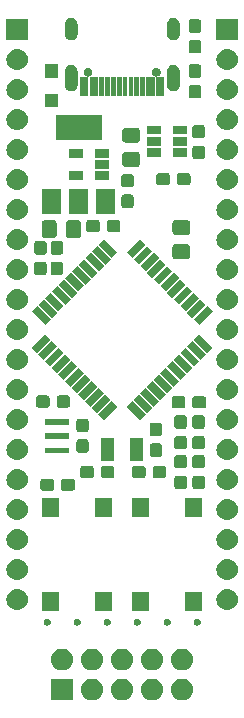
<source format=gts>
G04 #@! TF.GenerationSoftware,KiCad,Pcbnew,5.0.2-bee76a0~70~ubuntu18.04.1*
G04 #@! TF.CreationDate,2019-07-29T11:14:37+02:00*
G04 #@! TF.ProjectId,Pic32MxRedFox,50696333-324d-4785-9265-64466f782e6b,rev?*
G04 #@! TF.SameCoordinates,PX5faea10PY8eeaea0*
G04 #@! TF.FileFunction,Soldermask,Top*
G04 #@! TF.FilePolarity,Negative*
%FSLAX46Y46*%
G04 Gerber Fmt 4.6, Leading zero omitted, Abs format (unit mm)*
G04 Created by KiCad (PCBNEW 5.0.2-bee76a0~70~ubuntu18.04.1) date pon 29 jul 2019 11:14:37 CEST*
%MOMM*%
%LPD*%
G01*
G04 APERTURE LIST*
%ADD10C,0.100000*%
G04 APERTURE END LIST*
D10*
G36*
X15419293Y3441366D02*
X15591696Y3389068D01*
X15750583Y3304141D01*
X15889849Y3189849D01*
X16004141Y3050583D01*
X16089068Y2891696D01*
X16141366Y2719293D01*
X16159025Y2540000D01*
X16141366Y2360707D01*
X16089068Y2188304D01*
X16004141Y2029417D01*
X15889849Y1890151D01*
X15750583Y1775859D01*
X15591696Y1690932D01*
X15419293Y1638634D01*
X15284927Y1625400D01*
X15195073Y1625400D01*
X15060707Y1638634D01*
X14888304Y1690932D01*
X14729417Y1775859D01*
X14590151Y1890151D01*
X14475859Y2029417D01*
X14390932Y2188304D01*
X14338634Y2360707D01*
X14320975Y2540000D01*
X14338634Y2719293D01*
X14390932Y2891696D01*
X14475859Y3050583D01*
X14590151Y3189849D01*
X14729417Y3304141D01*
X14888304Y3389068D01*
X15060707Y3441366D01*
X15195073Y3454600D01*
X15284927Y3454600D01*
X15419293Y3441366D01*
X15419293Y3441366D01*
G37*
G36*
X12879293Y3441366D02*
X13051696Y3389068D01*
X13210583Y3304141D01*
X13349849Y3189849D01*
X13464141Y3050583D01*
X13549068Y2891696D01*
X13601366Y2719293D01*
X13619025Y2540000D01*
X13601366Y2360707D01*
X13549068Y2188304D01*
X13464141Y2029417D01*
X13349849Y1890151D01*
X13210583Y1775859D01*
X13051696Y1690932D01*
X12879293Y1638634D01*
X12744927Y1625400D01*
X12655073Y1625400D01*
X12520707Y1638634D01*
X12348304Y1690932D01*
X12189417Y1775859D01*
X12050151Y1890151D01*
X11935859Y2029417D01*
X11850932Y2188304D01*
X11798634Y2360707D01*
X11780975Y2540000D01*
X11798634Y2719293D01*
X11850932Y2891696D01*
X11935859Y3050583D01*
X12050151Y3189849D01*
X12189417Y3304141D01*
X12348304Y3389068D01*
X12520707Y3441366D01*
X12655073Y3454600D01*
X12744927Y3454600D01*
X12879293Y3441366D01*
X12879293Y3441366D01*
G37*
G36*
X10339293Y3441366D02*
X10511696Y3389068D01*
X10670583Y3304141D01*
X10809849Y3189849D01*
X10924141Y3050583D01*
X11009068Y2891696D01*
X11061366Y2719293D01*
X11079025Y2540000D01*
X11061366Y2360707D01*
X11009068Y2188304D01*
X10924141Y2029417D01*
X10809849Y1890151D01*
X10670583Y1775859D01*
X10511696Y1690932D01*
X10339293Y1638634D01*
X10204927Y1625400D01*
X10115073Y1625400D01*
X9980707Y1638634D01*
X9808304Y1690932D01*
X9649417Y1775859D01*
X9510151Y1890151D01*
X9395859Y2029417D01*
X9310932Y2188304D01*
X9258634Y2360707D01*
X9240975Y2540000D01*
X9258634Y2719293D01*
X9310932Y2891696D01*
X9395859Y3050583D01*
X9510151Y3189849D01*
X9649417Y3304141D01*
X9808304Y3389068D01*
X9980707Y3441366D01*
X10115073Y3454600D01*
X10204927Y3454600D01*
X10339293Y3441366D01*
X10339293Y3441366D01*
G37*
G36*
X5994600Y1625400D02*
X4165400Y1625400D01*
X4165400Y3454600D01*
X5994600Y3454600D01*
X5994600Y1625400D01*
X5994600Y1625400D01*
G37*
G36*
X7799293Y3441366D02*
X7971696Y3389068D01*
X8130583Y3304141D01*
X8269849Y3189849D01*
X8384141Y3050583D01*
X8469068Y2891696D01*
X8521366Y2719293D01*
X8539025Y2540000D01*
X8521366Y2360707D01*
X8469068Y2188304D01*
X8384141Y2029417D01*
X8269849Y1890151D01*
X8130583Y1775859D01*
X7971696Y1690932D01*
X7799293Y1638634D01*
X7664927Y1625400D01*
X7575073Y1625400D01*
X7440707Y1638634D01*
X7268304Y1690932D01*
X7109417Y1775859D01*
X6970151Y1890151D01*
X6855859Y2029417D01*
X6770932Y2188304D01*
X6718634Y2360707D01*
X6700975Y2540000D01*
X6718634Y2719293D01*
X6770932Y2891696D01*
X6855859Y3050583D01*
X6970151Y3189849D01*
X7109417Y3304141D01*
X7268304Y3389068D01*
X7440707Y3441366D01*
X7575073Y3454600D01*
X7664927Y3454600D01*
X7799293Y3441366D01*
X7799293Y3441366D01*
G37*
G36*
X5259293Y5981366D02*
X5431696Y5929068D01*
X5590583Y5844141D01*
X5729849Y5729849D01*
X5844141Y5590583D01*
X5929068Y5431696D01*
X5981366Y5259293D01*
X5999025Y5080000D01*
X5981366Y4900707D01*
X5929068Y4728304D01*
X5844141Y4569417D01*
X5729849Y4430151D01*
X5590583Y4315859D01*
X5431696Y4230932D01*
X5259293Y4178634D01*
X5124927Y4165400D01*
X5035073Y4165400D01*
X4900707Y4178634D01*
X4728304Y4230932D01*
X4569417Y4315859D01*
X4430151Y4430151D01*
X4315859Y4569417D01*
X4230932Y4728304D01*
X4178634Y4900707D01*
X4160975Y5080000D01*
X4178634Y5259293D01*
X4230932Y5431696D01*
X4315859Y5590583D01*
X4430151Y5729849D01*
X4569417Y5844141D01*
X4728304Y5929068D01*
X4900707Y5981366D01*
X5035073Y5994600D01*
X5124927Y5994600D01*
X5259293Y5981366D01*
X5259293Y5981366D01*
G37*
G36*
X7799293Y5981366D02*
X7971696Y5929068D01*
X8130583Y5844141D01*
X8269849Y5729849D01*
X8384141Y5590583D01*
X8469068Y5431696D01*
X8521366Y5259293D01*
X8539025Y5080000D01*
X8521366Y4900707D01*
X8469068Y4728304D01*
X8384141Y4569417D01*
X8269849Y4430151D01*
X8130583Y4315859D01*
X7971696Y4230932D01*
X7799293Y4178634D01*
X7664927Y4165400D01*
X7575073Y4165400D01*
X7440707Y4178634D01*
X7268304Y4230932D01*
X7109417Y4315859D01*
X6970151Y4430151D01*
X6855859Y4569417D01*
X6770932Y4728304D01*
X6718634Y4900707D01*
X6700975Y5080000D01*
X6718634Y5259293D01*
X6770932Y5431696D01*
X6855859Y5590583D01*
X6970151Y5729849D01*
X7109417Y5844141D01*
X7268304Y5929068D01*
X7440707Y5981366D01*
X7575073Y5994600D01*
X7664927Y5994600D01*
X7799293Y5981366D01*
X7799293Y5981366D01*
G37*
G36*
X12879293Y5981366D02*
X13051696Y5929068D01*
X13210583Y5844141D01*
X13349849Y5729849D01*
X13464141Y5590583D01*
X13549068Y5431696D01*
X13601366Y5259293D01*
X13619025Y5080000D01*
X13601366Y4900707D01*
X13549068Y4728304D01*
X13464141Y4569417D01*
X13349849Y4430151D01*
X13210583Y4315859D01*
X13051696Y4230932D01*
X12879293Y4178634D01*
X12744927Y4165400D01*
X12655073Y4165400D01*
X12520707Y4178634D01*
X12348304Y4230932D01*
X12189417Y4315859D01*
X12050151Y4430151D01*
X11935859Y4569417D01*
X11850932Y4728304D01*
X11798634Y4900707D01*
X11780975Y5080000D01*
X11798634Y5259293D01*
X11850932Y5431696D01*
X11935859Y5590583D01*
X12050151Y5729849D01*
X12189417Y5844141D01*
X12348304Y5929068D01*
X12520707Y5981366D01*
X12655073Y5994600D01*
X12744927Y5994600D01*
X12879293Y5981366D01*
X12879293Y5981366D01*
G37*
G36*
X10339293Y5981366D02*
X10511696Y5929068D01*
X10670583Y5844141D01*
X10809849Y5729849D01*
X10924141Y5590583D01*
X11009068Y5431696D01*
X11061366Y5259293D01*
X11079025Y5080000D01*
X11061366Y4900707D01*
X11009068Y4728304D01*
X10924141Y4569417D01*
X10809849Y4430151D01*
X10670583Y4315859D01*
X10511696Y4230932D01*
X10339293Y4178634D01*
X10204927Y4165400D01*
X10115073Y4165400D01*
X9980707Y4178634D01*
X9808304Y4230932D01*
X9649417Y4315859D01*
X9510151Y4430151D01*
X9395859Y4569417D01*
X9310932Y4728304D01*
X9258634Y4900707D01*
X9240975Y5080000D01*
X9258634Y5259293D01*
X9310932Y5431696D01*
X9395859Y5590583D01*
X9510151Y5729849D01*
X9649417Y5844141D01*
X9808304Y5929068D01*
X9980707Y5981366D01*
X10115073Y5994600D01*
X10204927Y5994600D01*
X10339293Y5981366D01*
X10339293Y5981366D01*
G37*
G36*
X15419293Y5981366D02*
X15591696Y5929068D01*
X15750583Y5844141D01*
X15889849Y5729849D01*
X16004141Y5590583D01*
X16089068Y5431696D01*
X16141366Y5259293D01*
X16159025Y5080000D01*
X16141366Y4900707D01*
X16089068Y4728304D01*
X16004141Y4569417D01*
X15889849Y4430151D01*
X15750583Y4315859D01*
X15591696Y4230932D01*
X15419293Y4178634D01*
X15284927Y4165400D01*
X15195073Y4165400D01*
X15060707Y4178634D01*
X14888304Y4230932D01*
X14729417Y4315859D01*
X14590151Y4430151D01*
X14475859Y4569417D01*
X14390932Y4728304D01*
X14338634Y4900707D01*
X14320975Y5080000D01*
X14338634Y5259293D01*
X14390932Y5431696D01*
X14475859Y5590583D01*
X14590151Y5729849D01*
X14729417Y5844141D01*
X14888304Y5929068D01*
X15060707Y5981366D01*
X15195073Y5994600D01*
X15284927Y5994600D01*
X15419293Y5981366D01*
X15419293Y5981366D01*
G37*
G36*
X3897795Y8544434D02*
X3952576Y8521743D01*
X4001879Y8488800D01*
X4043800Y8446879D01*
X4076743Y8397576D01*
X4099434Y8342795D01*
X4111000Y8284649D01*
X4111000Y8225351D01*
X4099434Y8167205D01*
X4076743Y8112424D01*
X4043800Y8063121D01*
X4001879Y8021200D01*
X3952576Y7988257D01*
X3897795Y7965566D01*
X3839649Y7954000D01*
X3780351Y7954000D01*
X3722205Y7965566D01*
X3667424Y7988257D01*
X3618121Y8021200D01*
X3576200Y8063121D01*
X3543257Y8112424D01*
X3520566Y8167205D01*
X3509000Y8225351D01*
X3509000Y8284649D01*
X3520566Y8342795D01*
X3543257Y8397576D01*
X3576200Y8446879D01*
X3618121Y8488800D01*
X3667424Y8521743D01*
X3722205Y8544434D01*
X3780351Y8556000D01*
X3839649Y8556000D01*
X3897795Y8544434D01*
X3897795Y8544434D01*
G37*
G36*
X6437795Y8544434D02*
X6492576Y8521743D01*
X6541879Y8488800D01*
X6583800Y8446879D01*
X6616743Y8397576D01*
X6639434Y8342795D01*
X6651000Y8284649D01*
X6651000Y8225351D01*
X6639434Y8167205D01*
X6616743Y8112424D01*
X6583800Y8063121D01*
X6541879Y8021200D01*
X6492576Y7988257D01*
X6437795Y7965566D01*
X6379649Y7954000D01*
X6320351Y7954000D01*
X6262205Y7965566D01*
X6207424Y7988257D01*
X6158121Y8021200D01*
X6116200Y8063121D01*
X6083257Y8112424D01*
X6060566Y8167205D01*
X6049000Y8225351D01*
X6049000Y8284649D01*
X6060566Y8342795D01*
X6083257Y8397576D01*
X6116200Y8446879D01*
X6158121Y8488800D01*
X6207424Y8521743D01*
X6262205Y8544434D01*
X6320351Y8556000D01*
X6379649Y8556000D01*
X6437795Y8544434D01*
X6437795Y8544434D01*
G37*
G36*
X11517795Y8544434D02*
X11572576Y8521743D01*
X11621879Y8488800D01*
X11663800Y8446879D01*
X11696743Y8397576D01*
X11719434Y8342795D01*
X11731000Y8284649D01*
X11731000Y8225351D01*
X11719434Y8167205D01*
X11696743Y8112424D01*
X11663800Y8063121D01*
X11621879Y8021200D01*
X11572576Y7988257D01*
X11517795Y7965566D01*
X11459649Y7954000D01*
X11400351Y7954000D01*
X11342205Y7965566D01*
X11287424Y7988257D01*
X11238121Y8021200D01*
X11196200Y8063121D01*
X11163257Y8112424D01*
X11140566Y8167205D01*
X11129000Y8225351D01*
X11129000Y8284649D01*
X11140566Y8342795D01*
X11163257Y8397576D01*
X11196200Y8446879D01*
X11238121Y8488800D01*
X11287424Y8521743D01*
X11342205Y8544434D01*
X11400351Y8556000D01*
X11459649Y8556000D01*
X11517795Y8544434D01*
X11517795Y8544434D01*
G37*
G36*
X14057795Y8544434D02*
X14112576Y8521743D01*
X14161879Y8488800D01*
X14203800Y8446879D01*
X14236743Y8397576D01*
X14259434Y8342795D01*
X14271000Y8284649D01*
X14271000Y8225351D01*
X14259434Y8167205D01*
X14236743Y8112424D01*
X14203800Y8063121D01*
X14161879Y8021200D01*
X14112576Y7988257D01*
X14057795Y7965566D01*
X13999649Y7954000D01*
X13940351Y7954000D01*
X13882205Y7965566D01*
X13827424Y7988257D01*
X13778121Y8021200D01*
X13736200Y8063121D01*
X13703257Y8112424D01*
X13680566Y8167205D01*
X13669000Y8225351D01*
X13669000Y8284649D01*
X13680566Y8342795D01*
X13703257Y8397576D01*
X13736200Y8446879D01*
X13778121Y8488800D01*
X13827424Y8521743D01*
X13882205Y8544434D01*
X13940351Y8556000D01*
X13999649Y8556000D01*
X14057795Y8544434D01*
X14057795Y8544434D01*
G37*
G36*
X16597795Y8544434D02*
X16652576Y8521743D01*
X16701879Y8488800D01*
X16743800Y8446879D01*
X16776743Y8397576D01*
X16799434Y8342795D01*
X16811000Y8284649D01*
X16811000Y8225351D01*
X16799434Y8167205D01*
X16776743Y8112424D01*
X16743800Y8063121D01*
X16701879Y8021200D01*
X16652576Y7988257D01*
X16597795Y7965566D01*
X16539649Y7954000D01*
X16480351Y7954000D01*
X16422205Y7965566D01*
X16367424Y7988257D01*
X16318121Y8021200D01*
X16276200Y8063121D01*
X16243257Y8112424D01*
X16220566Y8167205D01*
X16209000Y8225351D01*
X16209000Y8284649D01*
X16220566Y8342795D01*
X16243257Y8397576D01*
X16276200Y8446879D01*
X16318121Y8488800D01*
X16367424Y8521743D01*
X16422205Y8544434D01*
X16480351Y8556000D01*
X16539649Y8556000D01*
X16597795Y8544434D01*
X16597795Y8544434D01*
G37*
G36*
X8977795Y8544434D02*
X9032576Y8521743D01*
X9081879Y8488800D01*
X9123800Y8446879D01*
X9156743Y8397576D01*
X9179434Y8342795D01*
X9191000Y8284649D01*
X9191000Y8225351D01*
X9179434Y8167205D01*
X9156743Y8112424D01*
X9123800Y8063121D01*
X9081879Y8021200D01*
X9032576Y7988257D01*
X8977795Y7965566D01*
X8919649Y7954000D01*
X8860351Y7954000D01*
X8802205Y7965566D01*
X8747424Y7988257D01*
X8698121Y8021200D01*
X8656200Y8063121D01*
X8623257Y8112424D01*
X8600566Y8167205D01*
X8589000Y8225351D01*
X8589000Y8284649D01*
X8600566Y8342795D01*
X8623257Y8397576D01*
X8656200Y8446879D01*
X8698121Y8488800D01*
X8747424Y8521743D01*
X8802205Y8544434D01*
X8860351Y8556000D01*
X8919649Y8556000D01*
X8977795Y8544434D01*
X8977795Y8544434D01*
G37*
G36*
X4801000Y9169000D02*
X3399000Y9169000D01*
X3399000Y10821000D01*
X4801000Y10821000D01*
X4801000Y9169000D01*
X4801000Y9169000D01*
G37*
G36*
X16921000Y9169000D02*
X15519000Y9169000D01*
X15519000Y10821000D01*
X16921000Y10821000D01*
X16921000Y9169000D01*
X16921000Y9169000D01*
G37*
G36*
X12421000Y9169000D02*
X11019000Y9169000D01*
X11019000Y10821000D01*
X12421000Y10821000D01*
X12421000Y9169000D01*
X12421000Y9169000D01*
G37*
G36*
X9301000Y9169000D02*
X7899000Y9169000D01*
X7899000Y10821000D01*
X9301000Y10821000D01*
X9301000Y9169000D01*
X9301000Y9169000D01*
G37*
G36*
X1406916Y11051874D02*
X1446627Y11047963D01*
X1616466Y10996443D01*
X1772992Y10912778D01*
X1910186Y10800186D01*
X2022778Y10662992D01*
X2106443Y10506466D01*
X2157963Y10336627D01*
X2157963Y10336624D01*
X2175360Y10160000D01*
X2161931Y10023660D01*
X2157963Y9983373D01*
X2106443Y9813534D01*
X2022778Y9657008D01*
X1910186Y9519814D01*
X1772992Y9407222D01*
X1616466Y9323557D01*
X1446627Y9272037D01*
X1406916Y9268126D01*
X1314265Y9259000D01*
X1225735Y9259000D01*
X1133084Y9268126D01*
X1093373Y9272037D01*
X923534Y9323557D01*
X767008Y9407222D01*
X629814Y9519814D01*
X517222Y9657008D01*
X433557Y9813534D01*
X382037Y9983373D01*
X378069Y10023660D01*
X364640Y10160000D01*
X382037Y10336624D01*
X382037Y10336627D01*
X433557Y10506466D01*
X517222Y10662992D01*
X629814Y10800186D01*
X767008Y10912778D01*
X923534Y10996443D01*
X1093373Y11047963D01*
X1133084Y11051874D01*
X1225735Y11061000D01*
X1314265Y11061000D01*
X1406916Y11051874D01*
X1406916Y11051874D01*
G37*
G36*
X19186916Y11051874D02*
X19226627Y11047963D01*
X19396466Y10996443D01*
X19552992Y10912778D01*
X19690186Y10800186D01*
X19802778Y10662992D01*
X19886443Y10506466D01*
X19937963Y10336627D01*
X19937963Y10336624D01*
X19955360Y10160000D01*
X19941931Y10023660D01*
X19937963Y9983373D01*
X19886443Y9813534D01*
X19802778Y9657008D01*
X19690186Y9519814D01*
X19552992Y9407222D01*
X19396466Y9323557D01*
X19226627Y9272037D01*
X19186916Y9268126D01*
X19094265Y9259000D01*
X19005735Y9259000D01*
X18913084Y9268126D01*
X18873373Y9272037D01*
X18703534Y9323557D01*
X18547008Y9407222D01*
X18409814Y9519814D01*
X18297222Y9657008D01*
X18213557Y9813534D01*
X18162037Y9983373D01*
X18158069Y10023660D01*
X18144640Y10160000D01*
X18162037Y10336624D01*
X18162037Y10336627D01*
X18213557Y10506466D01*
X18297222Y10662992D01*
X18409814Y10800186D01*
X18547008Y10912778D01*
X18703534Y10996443D01*
X18873373Y11047963D01*
X18913084Y11051874D01*
X19005735Y11061000D01*
X19094265Y11061000D01*
X19186916Y11051874D01*
X19186916Y11051874D01*
G37*
G36*
X19186916Y13591874D02*
X19226627Y13587963D01*
X19396466Y13536443D01*
X19552992Y13452778D01*
X19690186Y13340186D01*
X19802778Y13202992D01*
X19886443Y13046466D01*
X19937963Y12876627D01*
X19937963Y12876624D01*
X19955360Y12700000D01*
X19941931Y12563660D01*
X19937963Y12523373D01*
X19886443Y12353534D01*
X19802778Y12197008D01*
X19690186Y12059814D01*
X19552992Y11947222D01*
X19396466Y11863557D01*
X19226627Y11812037D01*
X19186916Y11808126D01*
X19094265Y11799000D01*
X19005735Y11799000D01*
X18913084Y11808126D01*
X18873373Y11812037D01*
X18703534Y11863557D01*
X18547008Y11947222D01*
X18409814Y12059814D01*
X18297222Y12197008D01*
X18213557Y12353534D01*
X18162037Y12523373D01*
X18158069Y12563660D01*
X18144640Y12700000D01*
X18162037Y12876624D01*
X18162037Y12876627D01*
X18213557Y13046466D01*
X18297222Y13202992D01*
X18409814Y13340186D01*
X18547008Y13452778D01*
X18703534Y13536443D01*
X18873373Y13587963D01*
X18913084Y13591874D01*
X19005735Y13601000D01*
X19094265Y13601000D01*
X19186916Y13591874D01*
X19186916Y13591874D01*
G37*
G36*
X1406916Y13591874D02*
X1446627Y13587963D01*
X1616466Y13536443D01*
X1772992Y13452778D01*
X1910186Y13340186D01*
X2022778Y13202992D01*
X2106443Y13046466D01*
X2157963Y12876627D01*
X2157963Y12876624D01*
X2175360Y12700000D01*
X2161931Y12563660D01*
X2157963Y12523373D01*
X2106443Y12353534D01*
X2022778Y12197008D01*
X1910186Y12059814D01*
X1772992Y11947222D01*
X1616466Y11863557D01*
X1446627Y11812037D01*
X1406916Y11808126D01*
X1314265Y11799000D01*
X1225735Y11799000D01*
X1133084Y11808126D01*
X1093373Y11812037D01*
X923534Y11863557D01*
X767008Y11947222D01*
X629814Y12059814D01*
X517222Y12197008D01*
X433557Y12353534D01*
X382037Y12523373D01*
X378069Y12563660D01*
X364640Y12700000D01*
X382037Y12876624D01*
X382037Y12876627D01*
X433557Y13046466D01*
X517222Y13202992D01*
X629814Y13340186D01*
X767008Y13452778D01*
X923534Y13536443D01*
X1093373Y13587963D01*
X1133084Y13591874D01*
X1225735Y13601000D01*
X1314265Y13601000D01*
X1406916Y13591874D01*
X1406916Y13591874D01*
G37*
G36*
X19186916Y16131874D02*
X19226627Y16127963D01*
X19396466Y16076443D01*
X19552992Y15992778D01*
X19690186Y15880186D01*
X19802778Y15742992D01*
X19886443Y15586466D01*
X19937963Y15416627D01*
X19937963Y15416624D01*
X19955360Y15240000D01*
X19941931Y15103660D01*
X19937963Y15063373D01*
X19886443Y14893534D01*
X19802778Y14737008D01*
X19690186Y14599814D01*
X19552992Y14487222D01*
X19396466Y14403557D01*
X19226627Y14352037D01*
X19186916Y14348126D01*
X19094265Y14339000D01*
X19005735Y14339000D01*
X18913084Y14348126D01*
X18873373Y14352037D01*
X18703534Y14403557D01*
X18547008Y14487222D01*
X18409814Y14599814D01*
X18297222Y14737008D01*
X18213557Y14893534D01*
X18162037Y15063373D01*
X18158069Y15103660D01*
X18144640Y15240000D01*
X18162037Y15416624D01*
X18162037Y15416627D01*
X18213557Y15586466D01*
X18297222Y15742992D01*
X18409814Y15880186D01*
X18547008Y15992778D01*
X18703534Y16076443D01*
X18873373Y16127963D01*
X18913084Y16131874D01*
X19005735Y16141000D01*
X19094265Y16141000D01*
X19186916Y16131874D01*
X19186916Y16131874D01*
G37*
G36*
X1406916Y16131874D02*
X1446627Y16127963D01*
X1616466Y16076443D01*
X1772992Y15992778D01*
X1910186Y15880186D01*
X2022778Y15742992D01*
X2106443Y15586466D01*
X2157963Y15416627D01*
X2157963Y15416624D01*
X2175360Y15240000D01*
X2161931Y15103660D01*
X2157963Y15063373D01*
X2106443Y14893534D01*
X2022778Y14737008D01*
X1910186Y14599814D01*
X1772992Y14487222D01*
X1616466Y14403557D01*
X1446627Y14352037D01*
X1406916Y14348126D01*
X1314265Y14339000D01*
X1225735Y14339000D01*
X1133084Y14348126D01*
X1093373Y14352037D01*
X923534Y14403557D01*
X767008Y14487222D01*
X629814Y14599814D01*
X517222Y14737008D01*
X433557Y14893534D01*
X382037Y15063373D01*
X378069Y15103660D01*
X364640Y15240000D01*
X382037Y15416624D01*
X382037Y15416627D01*
X433557Y15586466D01*
X517222Y15742992D01*
X629814Y15880186D01*
X767008Y15992778D01*
X923534Y16076443D01*
X1093373Y16127963D01*
X1133084Y16131874D01*
X1225735Y16141000D01*
X1314265Y16141000D01*
X1406916Y16131874D01*
X1406916Y16131874D01*
G37*
G36*
X1406916Y18671874D02*
X1446627Y18667963D01*
X1616466Y18616443D01*
X1772992Y18532778D01*
X1910186Y18420186D01*
X2022778Y18282992D01*
X2106443Y18126466D01*
X2157963Y17956627D01*
X2157963Y17956624D01*
X2175360Y17780000D01*
X2161931Y17643660D01*
X2157963Y17603373D01*
X2106443Y17433534D01*
X2022778Y17277008D01*
X1910186Y17139814D01*
X1772992Y17027222D01*
X1616466Y16943557D01*
X1446627Y16892037D01*
X1406916Y16888126D01*
X1314265Y16879000D01*
X1225735Y16879000D01*
X1133084Y16888126D01*
X1093373Y16892037D01*
X923534Y16943557D01*
X767008Y17027222D01*
X629814Y17139814D01*
X517222Y17277008D01*
X433557Y17433534D01*
X382037Y17603373D01*
X378069Y17643660D01*
X364640Y17780000D01*
X382037Y17956624D01*
X382037Y17956627D01*
X433557Y18126466D01*
X517222Y18282992D01*
X629814Y18420186D01*
X767008Y18532778D01*
X923534Y18616443D01*
X1093373Y18667963D01*
X1133084Y18671874D01*
X1225735Y18681000D01*
X1314265Y18681000D01*
X1406916Y18671874D01*
X1406916Y18671874D01*
G37*
G36*
X19186916Y18671874D02*
X19226627Y18667963D01*
X19396466Y18616443D01*
X19552992Y18532778D01*
X19690186Y18420186D01*
X19802778Y18282992D01*
X19886443Y18126466D01*
X19937963Y17956627D01*
X19937963Y17956624D01*
X19955360Y17780000D01*
X19941931Y17643660D01*
X19937963Y17603373D01*
X19886443Y17433534D01*
X19802778Y17277008D01*
X19690186Y17139814D01*
X19552992Y17027222D01*
X19396466Y16943557D01*
X19226627Y16892037D01*
X19186916Y16888126D01*
X19094265Y16879000D01*
X19005735Y16879000D01*
X18913084Y16888126D01*
X18873373Y16892037D01*
X18703534Y16943557D01*
X18547008Y17027222D01*
X18409814Y17139814D01*
X18297222Y17277008D01*
X18213557Y17433534D01*
X18162037Y17603373D01*
X18158069Y17643660D01*
X18144640Y17780000D01*
X18162037Y17956624D01*
X18162037Y17956627D01*
X18213557Y18126466D01*
X18297222Y18282992D01*
X18409814Y18420186D01*
X18547008Y18532778D01*
X18703534Y18616443D01*
X18873373Y18667963D01*
X18913084Y18671874D01*
X19005735Y18681000D01*
X19094265Y18681000D01*
X19186916Y18671874D01*
X19186916Y18671874D01*
G37*
G36*
X9301000Y17119000D02*
X7899000Y17119000D01*
X7899000Y18771000D01*
X9301000Y18771000D01*
X9301000Y17119000D01*
X9301000Y17119000D01*
G37*
G36*
X16921000Y17119000D02*
X15519000Y17119000D01*
X15519000Y18771000D01*
X16921000Y18771000D01*
X16921000Y17119000D01*
X16921000Y17119000D01*
G37*
G36*
X12421000Y17119000D02*
X11019000Y17119000D01*
X11019000Y18771000D01*
X12421000Y18771000D01*
X12421000Y17119000D01*
X12421000Y17119000D01*
G37*
G36*
X4801000Y17119000D02*
X3399000Y17119000D01*
X3399000Y18771000D01*
X4801000Y18771000D01*
X4801000Y17119000D01*
X4801000Y17119000D01*
G37*
G36*
X5954367Y20396641D02*
X5999918Y20382824D01*
X6041897Y20360385D01*
X6078690Y20330190D01*
X6108885Y20293397D01*
X6131324Y20251418D01*
X6145141Y20205867D01*
X6150000Y20156538D01*
X6150000Y19594462D01*
X6145141Y19545133D01*
X6131324Y19499582D01*
X6108885Y19457603D01*
X6078690Y19420810D01*
X6041897Y19390615D01*
X5999918Y19368176D01*
X5954367Y19354359D01*
X5905038Y19349500D01*
X5242962Y19349500D01*
X5193633Y19354359D01*
X5148082Y19368176D01*
X5106103Y19390615D01*
X5069310Y19420810D01*
X5039115Y19457603D01*
X5016676Y19499582D01*
X5002859Y19545133D01*
X4998000Y19594462D01*
X4998000Y20156538D01*
X5002859Y20205867D01*
X5016676Y20251418D01*
X5039115Y20293397D01*
X5069310Y20330190D01*
X5106103Y20360385D01*
X5148082Y20382824D01*
X5193633Y20396641D01*
X5242962Y20401500D01*
X5905038Y20401500D01*
X5954367Y20396641D01*
X5954367Y20396641D01*
G37*
G36*
X4204367Y20396641D02*
X4249918Y20382824D01*
X4291897Y20360385D01*
X4328690Y20330190D01*
X4358885Y20293397D01*
X4381324Y20251418D01*
X4395141Y20205867D01*
X4400000Y20156538D01*
X4400000Y19594462D01*
X4395141Y19545133D01*
X4381324Y19499582D01*
X4358885Y19457603D01*
X4328690Y19420810D01*
X4291897Y19390615D01*
X4249918Y19368176D01*
X4204367Y19354359D01*
X4155038Y19349500D01*
X3492962Y19349500D01*
X3443633Y19354359D01*
X3398082Y19368176D01*
X3356103Y19390615D01*
X3319310Y19420810D01*
X3289115Y19457603D01*
X3266676Y19499582D01*
X3252859Y19545133D01*
X3248000Y19594462D01*
X3248000Y20156538D01*
X3252859Y20205867D01*
X3266676Y20251418D01*
X3289115Y20293397D01*
X3319310Y20330190D01*
X3356103Y20360385D01*
X3398082Y20382824D01*
X3443633Y20396641D01*
X3492962Y20401500D01*
X4155038Y20401500D01*
X4204367Y20396641D01*
X4204367Y20396641D01*
G37*
G36*
X1406916Y21211874D02*
X1446627Y21207963D01*
X1616466Y21156443D01*
X1772992Y21072778D01*
X1910186Y20960186D01*
X2022778Y20822992D01*
X2092795Y20692000D01*
X2106443Y20666466D01*
X2157963Y20496627D01*
X2160258Y20473323D01*
X2175360Y20320000D01*
X2161931Y20183660D01*
X2157963Y20143373D01*
X2106443Y19973534D01*
X2022778Y19817008D01*
X1910186Y19679814D01*
X1772992Y19567222D01*
X1616466Y19483557D01*
X1446627Y19432037D01*
X1406916Y19428126D01*
X1314265Y19419000D01*
X1225735Y19419000D01*
X1133084Y19428126D01*
X1093373Y19432037D01*
X923534Y19483557D01*
X767008Y19567222D01*
X629814Y19679814D01*
X517222Y19817008D01*
X433557Y19973534D01*
X382037Y20143373D01*
X378069Y20183660D01*
X364640Y20320000D01*
X379742Y20473323D01*
X382037Y20496627D01*
X433557Y20666466D01*
X447205Y20692000D01*
X517222Y20822992D01*
X629814Y20960186D01*
X767008Y21072778D01*
X923534Y21156443D01*
X1093373Y21207963D01*
X1133084Y21211874D01*
X1225735Y21221000D01*
X1314265Y21221000D01*
X1406916Y21211874D01*
X1406916Y21211874D01*
G37*
G36*
X19186916Y21211874D02*
X19226627Y21207963D01*
X19396466Y21156443D01*
X19552992Y21072778D01*
X19690186Y20960186D01*
X19802778Y20822992D01*
X19872795Y20692000D01*
X19886443Y20666466D01*
X19937963Y20496627D01*
X19940258Y20473323D01*
X19955360Y20320000D01*
X19941931Y20183660D01*
X19937963Y20143373D01*
X19886443Y19973534D01*
X19802778Y19817008D01*
X19690186Y19679814D01*
X19552992Y19567222D01*
X19396466Y19483557D01*
X19226627Y19432037D01*
X19186916Y19428126D01*
X19094265Y19419000D01*
X19005735Y19419000D01*
X18913084Y19428126D01*
X18873373Y19432037D01*
X18703534Y19483557D01*
X18547008Y19567222D01*
X18409814Y19679814D01*
X18297222Y19817008D01*
X18213557Y19973534D01*
X18162037Y20143373D01*
X18158069Y20183660D01*
X18144640Y20320000D01*
X18159742Y20473323D01*
X18162037Y20496627D01*
X18213557Y20666466D01*
X18227205Y20692000D01*
X18297222Y20822992D01*
X18409814Y20960186D01*
X18547008Y21072778D01*
X18703534Y21156443D01*
X18873373Y21207963D01*
X18913084Y21211874D01*
X19005735Y21221000D01*
X19094265Y21221000D01*
X19186916Y21211874D01*
X19186916Y21211874D01*
G37*
G36*
X16967367Y20651141D02*
X17012918Y20637324D01*
X17054897Y20614885D01*
X17091690Y20584690D01*
X17121885Y20547897D01*
X17144324Y20505918D01*
X17158141Y20460367D01*
X17163000Y20411038D01*
X17163000Y19748962D01*
X17158141Y19699633D01*
X17144324Y19654082D01*
X17121885Y19612103D01*
X17091690Y19575310D01*
X17054897Y19545115D01*
X17012918Y19522676D01*
X16967367Y19508859D01*
X16918038Y19504000D01*
X16355962Y19504000D01*
X16306633Y19508859D01*
X16261082Y19522676D01*
X16219103Y19545115D01*
X16182310Y19575310D01*
X16152115Y19612103D01*
X16129676Y19654082D01*
X16115859Y19699633D01*
X16111000Y19748962D01*
X16111000Y20411038D01*
X16115859Y20460367D01*
X16129676Y20505918D01*
X16152115Y20547897D01*
X16182310Y20584690D01*
X16219103Y20614885D01*
X16261082Y20637324D01*
X16306633Y20651141D01*
X16355962Y20656000D01*
X16918038Y20656000D01*
X16967367Y20651141D01*
X16967367Y20651141D01*
G37*
G36*
X15443367Y20651141D02*
X15488918Y20637324D01*
X15530897Y20614885D01*
X15567690Y20584690D01*
X15597885Y20547897D01*
X15620324Y20505918D01*
X15634141Y20460367D01*
X15639000Y20411038D01*
X15639000Y19748962D01*
X15634141Y19699633D01*
X15620324Y19654082D01*
X15597885Y19612103D01*
X15567690Y19575310D01*
X15530897Y19545115D01*
X15488918Y19522676D01*
X15443367Y19508859D01*
X15394038Y19504000D01*
X14831962Y19504000D01*
X14782633Y19508859D01*
X14737082Y19522676D01*
X14695103Y19545115D01*
X14658310Y19575310D01*
X14628115Y19612103D01*
X14605676Y19654082D01*
X14591859Y19699633D01*
X14587000Y19748962D01*
X14587000Y20411038D01*
X14591859Y20460367D01*
X14605676Y20505918D01*
X14628115Y20547897D01*
X14658310Y20584690D01*
X14695103Y20614885D01*
X14737082Y20637324D01*
X14782633Y20651141D01*
X14831962Y20656000D01*
X15394038Y20656000D01*
X15443367Y20651141D01*
X15443367Y20651141D01*
G37*
G36*
X13701367Y21476141D02*
X13746918Y21462324D01*
X13788897Y21439885D01*
X13825690Y21409690D01*
X13855885Y21372897D01*
X13878324Y21330918D01*
X13892141Y21285367D01*
X13897000Y21236038D01*
X13897000Y20673962D01*
X13892141Y20624633D01*
X13878324Y20579082D01*
X13855885Y20537103D01*
X13825690Y20500310D01*
X13788897Y20470115D01*
X13746918Y20447676D01*
X13701367Y20433859D01*
X13652038Y20429000D01*
X12989962Y20429000D01*
X12940633Y20433859D01*
X12895082Y20447676D01*
X12853103Y20470115D01*
X12816310Y20500310D01*
X12786115Y20537103D01*
X12763676Y20579082D01*
X12749859Y20624633D01*
X12745000Y20673962D01*
X12745000Y21236038D01*
X12749859Y21285367D01*
X12763676Y21330918D01*
X12786115Y21372897D01*
X12816310Y21409690D01*
X12853103Y21439885D01*
X12895082Y21462324D01*
X12940633Y21476141D01*
X12989962Y21481000D01*
X13652038Y21481000D01*
X13701367Y21476141D01*
X13701367Y21476141D01*
G37*
G36*
X7569867Y21476141D02*
X7615418Y21462324D01*
X7657397Y21439885D01*
X7694190Y21409690D01*
X7724385Y21372897D01*
X7746824Y21330918D01*
X7760641Y21285367D01*
X7765500Y21236038D01*
X7765500Y20673962D01*
X7760641Y20624633D01*
X7746824Y20579082D01*
X7724385Y20537103D01*
X7694190Y20500310D01*
X7657397Y20470115D01*
X7615418Y20447676D01*
X7569867Y20433859D01*
X7520538Y20429000D01*
X6858462Y20429000D01*
X6809133Y20433859D01*
X6763582Y20447676D01*
X6721603Y20470115D01*
X6684810Y20500310D01*
X6654615Y20537103D01*
X6632176Y20579082D01*
X6618359Y20624633D01*
X6613500Y20673962D01*
X6613500Y21236038D01*
X6618359Y21285367D01*
X6632176Y21330918D01*
X6654615Y21372897D01*
X6684810Y21409690D01*
X6721603Y21439885D01*
X6763582Y21462324D01*
X6809133Y21476141D01*
X6858462Y21481000D01*
X7520538Y21481000D01*
X7569867Y21476141D01*
X7569867Y21476141D01*
G37*
G36*
X9319867Y21476141D02*
X9365418Y21462324D01*
X9407397Y21439885D01*
X9444190Y21409690D01*
X9474385Y21372897D01*
X9496824Y21330918D01*
X9510641Y21285367D01*
X9515500Y21236038D01*
X9515500Y20673962D01*
X9510641Y20624633D01*
X9496824Y20579082D01*
X9474385Y20537103D01*
X9444190Y20500310D01*
X9407397Y20470115D01*
X9365418Y20447676D01*
X9319867Y20433859D01*
X9270538Y20429000D01*
X8608462Y20429000D01*
X8559133Y20433859D01*
X8513582Y20447676D01*
X8471603Y20470115D01*
X8434810Y20500310D01*
X8404615Y20537103D01*
X8382176Y20579082D01*
X8368359Y20624633D01*
X8363500Y20673962D01*
X8363500Y21236038D01*
X8368359Y21285367D01*
X8382176Y21330918D01*
X8404615Y21372897D01*
X8434810Y21409690D01*
X8471603Y21439885D01*
X8513582Y21462324D01*
X8559133Y21476141D01*
X8608462Y21481000D01*
X9270538Y21481000D01*
X9319867Y21476141D01*
X9319867Y21476141D01*
G37*
G36*
X11951367Y21476141D02*
X11996918Y21462324D01*
X12038897Y21439885D01*
X12075690Y21409690D01*
X12105885Y21372897D01*
X12128324Y21330918D01*
X12142141Y21285367D01*
X12147000Y21236038D01*
X12147000Y20673962D01*
X12142141Y20624633D01*
X12128324Y20579082D01*
X12105885Y20537103D01*
X12075690Y20500310D01*
X12038897Y20470115D01*
X11996918Y20447676D01*
X11951367Y20433859D01*
X11902038Y20429000D01*
X11239962Y20429000D01*
X11190633Y20433859D01*
X11145082Y20447676D01*
X11103103Y20470115D01*
X11066310Y20500310D01*
X11036115Y20537103D01*
X11013676Y20579082D01*
X10999859Y20624633D01*
X10995000Y20673962D01*
X10995000Y21236038D01*
X10999859Y21285367D01*
X11013676Y21330918D01*
X11036115Y21372897D01*
X11066310Y21409690D01*
X11103103Y21439885D01*
X11145082Y21462324D01*
X11190633Y21476141D01*
X11239962Y21481000D01*
X11902038Y21481000D01*
X11951367Y21476141D01*
X11951367Y21476141D01*
G37*
G36*
X16967367Y22401141D02*
X17012918Y22387324D01*
X17054897Y22364885D01*
X17091690Y22334690D01*
X17121885Y22297897D01*
X17144324Y22255918D01*
X17158141Y22210367D01*
X17163000Y22161038D01*
X17163000Y21498962D01*
X17158141Y21449633D01*
X17144324Y21404082D01*
X17121885Y21362103D01*
X17091690Y21325310D01*
X17054897Y21295115D01*
X17012918Y21272676D01*
X16967367Y21258859D01*
X16918038Y21254000D01*
X16355962Y21254000D01*
X16306633Y21258859D01*
X16261082Y21272676D01*
X16219103Y21295115D01*
X16182310Y21325310D01*
X16152115Y21362103D01*
X16129676Y21404082D01*
X16115859Y21449633D01*
X16111000Y21498962D01*
X16111000Y22161038D01*
X16115859Y22210367D01*
X16129676Y22255918D01*
X16152115Y22297897D01*
X16182310Y22334690D01*
X16219103Y22364885D01*
X16261082Y22387324D01*
X16306633Y22401141D01*
X16355962Y22406000D01*
X16918038Y22406000D01*
X16967367Y22401141D01*
X16967367Y22401141D01*
G37*
G36*
X15443367Y22401141D02*
X15488918Y22387324D01*
X15530897Y22364885D01*
X15567690Y22334690D01*
X15597885Y22297897D01*
X15620324Y22255918D01*
X15634141Y22210367D01*
X15639000Y22161038D01*
X15639000Y21498962D01*
X15634141Y21449633D01*
X15620324Y21404082D01*
X15597885Y21362103D01*
X15567690Y21325310D01*
X15530897Y21295115D01*
X15488918Y21272676D01*
X15443367Y21258859D01*
X15394038Y21254000D01*
X14831962Y21254000D01*
X14782633Y21258859D01*
X14737082Y21272676D01*
X14695103Y21295115D01*
X14658310Y21325310D01*
X14628115Y21362103D01*
X14605676Y21404082D01*
X14591859Y21449633D01*
X14587000Y21498962D01*
X14587000Y22161038D01*
X14591859Y22210367D01*
X14605676Y22255918D01*
X14628115Y22297897D01*
X14658310Y22334690D01*
X14695103Y22364885D01*
X14737082Y22387324D01*
X14782633Y22401141D01*
X14831962Y22406000D01*
X15394038Y22406000D01*
X15443367Y22401141D01*
X15443367Y22401141D01*
G37*
G36*
X9461000Y21909000D02*
X8359000Y21909000D01*
X8359000Y23811000D01*
X9461000Y23811000D01*
X9461000Y21909000D01*
X9461000Y21909000D01*
G37*
G36*
X11961000Y21909000D02*
X10859000Y21909000D01*
X10859000Y23811000D01*
X11961000Y23811000D01*
X11961000Y21909000D01*
X11961000Y21909000D01*
G37*
G36*
X1406916Y23751874D02*
X1446627Y23747963D01*
X1573818Y23709380D01*
X1616466Y23696443D01*
X1772992Y23612778D01*
X1910186Y23500186D01*
X2022778Y23362992D01*
X2067995Y23278397D01*
X2106443Y23206466D01*
X2157963Y23036627D01*
X2159642Y23019582D01*
X2175360Y22860000D01*
X2166794Y22773033D01*
X2157963Y22683373D01*
X2106443Y22513534D01*
X2022778Y22357008D01*
X1910186Y22219814D01*
X1772992Y22107222D01*
X1616466Y22023557D01*
X1446627Y21972037D01*
X1406916Y21968126D01*
X1314265Y21959000D01*
X1225735Y21959000D01*
X1133084Y21968126D01*
X1093373Y21972037D01*
X923534Y22023557D01*
X767008Y22107222D01*
X629814Y22219814D01*
X517222Y22357008D01*
X433557Y22513534D01*
X382037Y22683373D01*
X373206Y22773033D01*
X364640Y22860000D01*
X380358Y23019582D01*
X382037Y23036627D01*
X433557Y23206466D01*
X472005Y23278397D01*
X517222Y23362992D01*
X629814Y23500186D01*
X767008Y23612778D01*
X923534Y23696443D01*
X966182Y23709380D01*
X1093373Y23747963D01*
X1133084Y23751874D01*
X1225735Y23761000D01*
X1314265Y23761000D01*
X1406916Y23751874D01*
X1406916Y23751874D01*
G37*
G36*
X19186916Y23751874D02*
X19226627Y23747963D01*
X19353818Y23709380D01*
X19396466Y23696443D01*
X19552992Y23612778D01*
X19690186Y23500186D01*
X19802778Y23362992D01*
X19847995Y23278397D01*
X19886443Y23206466D01*
X19937963Y23036627D01*
X19939642Y23019582D01*
X19955360Y22860000D01*
X19946794Y22773033D01*
X19937963Y22683373D01*
X19886443Y22513534D01*
X19802778Y22357008D01*
X19690186Y22219814D01*
X19552992Y22107222D01*
X19396466Y22023557D01*
X19226627Y21972037D01*
X19186916Y21968126D01*
X19094265Y21959000D01*
X19005735Y21959000D01*
X18913084Y21968126D01*
X18873373Y21972037D01*
X18703534Y22023557D01*
X18547008Y22107222D01*
X18409814Y22219814D01*
X18297222Y22357008D01*
X18213557Y22513534D01*
X18162037Y22683373D01*
X18153206Y22773033D01*
X18144640Y22860000D01*
X18160358Y23019582D01*
X18162037Y23036627D01*
X18213557Y23206466D01*
X18252005Y23278397D01*
X18297222Y23362992D01*
X18409814Y23500186D01*
X18547008Y23612778D01*
X18703534Y23696443D01*
X18746182Y23709380D01*
X18873373Y23747963D01*
X18913084Y23751874D01*
X19005735Y23761000D01*
X19094265Y23761000D01*
X19186916Y23751874D01*
X19186916Y23751874D01*
G37*
G36*
X13347867Y23381641D02*
X13393418Y23367824D01*
X13435397Y23345385D01*
X13472190Y23315190D01*
X13502385Y23278397D01*
X13524824Y23236418D01*
X13538641Y23190867D01*
X13543500Y23141538D01*
X13543500Y22479462D01*
X13538641Y22430133D01*
X13524824Y22384582D01*
X13502385Y22342603D01*
X13472190Y22305810D01*
X13435397Y22275615D01*
X13393418Y22253176D01*
X13347867Y22239359D01*
X13298538Y22234500D01*
X12736462Y22234500D01*
X12687133Y22239359D01*
X12641582Y22253176D01*
X12599603Y22275615D01*
X12562810Y22305810D01*
X12532615Y22342603D01*
X12510176Y22384582D01*
X12496359Y22430133D01*
X12491500Y22479462D01*
X12491500Y23141538D01*
X12496359Y23190867D01*
X12510176Y23236418D01*
X12532615Y23278397D01*
X12562810Y23315190D01*
X12599603Y23345385D01*
X12641582Y23367824D01*
X12687133Y23381641D01*
X12736462Y23386500D01*
X13298538Y23386500D01*
X13347867Y23381641D01*
X13347867Y23381641D01*
G37*
G36*
X5623800Y22526600D02*
X3621800Y22526600D01*
X3621800Y23028600D01*
X5623800Y23028600D01*
X5623800Y22526600D01*
X5623800Y22526600D01*
G37*
G36*
X7137567Y23724541D02*
X7183118Y23710724D01*
X7225097Y23688285D01*
X7261890Y23658090D01*
X7292085Y23621297D01*
X7314524Y23579318D01*
X7328341Y23533767D01*
X7333200Y23484438D01*
X7333200Y22822362D01*
X7328341Y22773033D01*
X7314524Y22727482D01*
X7292085Y22685503D01*
X7261890Y22648710D01*
X7225097Y22618515D01*
X7183118Y22596076D01*
X7137567Y22582259D01*
X7088238Y22577400D01*
X6526162Y22577400D01*
X6476833Y22582259D01*
X6431282Y22596076D01*
X6389303Y22618515D01*
X6352510Y22648710D01*
X6322315Y22685503D01*
X6299876Y22727482D01*
X6286059Y22773033D01*
X6281200Y22822362D01*
X6281200Y23484438D01*
X6286059Y23533767D01*
X6299876Y23579318D01*
X6322315Y23621297D01*
X6352510Y23658090D01*
X6389303Y23688285D01*
X6431282Y23710724D01*
X6476833Y23724541D01*
X6526162Y23729400D01*
X7088238Y23729400D01*
X7137567Y23724541D01*
X7137567Y23724541D01*
G37*
G36*
X16967367Y24016641D02*
X17012918Y24002824D01*
X17054897Y23980385D01*
X17091690Y23950190D01*
X17121885Y23913397D01*
X17144324Y23871418D01*
X17158141Y23825867D01*
X17163000Y23776538D01*
X17163000Y23114462D01*
X17158141Y23065133D01*
X17144324Y23019582D01*
X17121885Y22977603D01*
X17091690Y22940810D01*
X17054897Y22910615D01*
X17012918Y22888176D01*
X16967367Y22874359D01*
X16918038Y22869500D01*
X16355962Y22869500D01*
X16306633Y22874359D01*
X16261082Y22888176D01*
X16219103Y22910615D01*
X16182310Y22940810D01*
X16152115Y22977603D01*
X16129676Y23019582D01*
X16115859Y23065133D01*
X16111000Y23114462D01*
X16111000Y23776538D01*
X16115859Y23825867D01*
X16129676Y23871418D01*
X16152115Y23913397D01*
X16182310Y23950190D01*
X16219103Y23980385D01*
X16261082Y24002824D01*
X16306633Y24016641D01*
X16355962Y24021500D01*
X16918038Y24021500D01*
X16967367Y24016641D01*
X16967367Y24016641D01*
G37*
G36*
X15443367Y24016641D02*
X15488918Y24002824D01*
X15530897Y23980385D01*
X15567690Y23950190D01*
X15597885Y23913397D01*
X15620324Y23871418D01*
X15634141Y23825867D01*
X15639000Y23776538D01*
X15639000Y23114462D01*
X15634141Y23065133D01*
X15620324Y23019582D01*
X15597885Y22977603D01*
X15567690Y22940810D01*
X15530897Y22910615D01*
X15488918Y22888176D01*
X15443367Y22874359D01*
X15394038Y22869500D01*
X14831962Y22869500D01*
X14782633Y22874359D01*
X14737082Y22888176D01*
X14695103Y22910615D01*
X14658310Y22940810D01*
X14628115Y22977603D01*
X14605676Y23019582D01*
X14591859Y23065133D01*
X14587000Y23114462D01*
X14587000Y23776538D01*
X14591859Y23825867D01*
X14605676Y23871418D01*
X14628115Y23913397D01*
X14658310Y23950190D01*
X14695103Y23980385D01*
X14737082Y24002824D01*
X14782633Y24016641D01*
X14831962Y24021500D01*
X15394038Y24021500D01*
X15443367Y24016641D01*
X15443367Y24016641D01*
G37*
G36*
X5623800Y23726600D02*
X3621800Y23726600D01*
X3621800Y24228600D01*
X5623800Y24228600D01*
X5623800Y23726600D01*
X5623800Y23726600D01*
G37*
G36*
X13347867Y25131641D02*
X13393418Y25117824D01*
X13435397Y25095385D01*
X13472190Y25065190D01*
X13502385Y25028397D01*
X13524824Y24986418D01*
X13538641Y24940867D01*
X13543500Y24891538D01*
X13543500Y24229462D01*
X13538641Y24180133D01*
X13524824Y24134582D01*
X13502385Y24092603D01*
X13472190Y24055810D01*
X13435397Y24025615D01*
X13393418Y24003176D01*
X13347867Y23989359D01*
X13298538Y23984500D01*
X12736462Y23984500D01*
X12687133Y23989359D01*
X12641582Y24003176D01*
X12599603Y24025615D01*
X12562810Y24055810D01*
X12532615Y24092603D01*
X12510176Y24134582D01*
X12496359Y24180133D01*
X12491500Y24229462D01*
X12491500Y24891538D01*
X12496359Y24940867D01*
X12510176Y24986418D01*
X12532615Y25028397D01*
X12562810Y25065190D01*
X12599603Y25095385D01*
X12641582Y25117824D01*
X12687133Y25131641D01*
X12736462Y25136500D01*
X13298538Y25136500D01*
X13347867Y25131641D01*
X13347867Y25131641D01*
G37*
G36*
X7137567Y25474541D02*
X7183118Y25460724D01*
X7225097Y25438285D01*
X7261890Y25408090D01*
X7292085Y25371297D01*
X7314524Y25329318D01*
X7328341Y25283767D01*
X7333200Y25234438D01*
X7333200Y24572362D01*
X7328341Y24523033D01*
X7314524Y24477482D01*
X7292085Y24435503D01*
X7261890Y24398710D01*
X7225097Y24368515D01*
X7183118Y24346076D01*
X7137567Y24332259D01*
X7088238Y24327400D01*
X6526162Y24327400D01*
X6476833Y24332259D01*
X6431282Y24346076D01*
X6389303Y24368515D01*
X6352510Y24398710D01*
X6322315Y24435503D01*
X6299876Y24477482D01*
X6286059Y24523033D01*
X6281200Y24572362D01*
X6281200Y25234438D01*
X6286059Y25283767D01*
X6299876Y25329318D01*
X6322315Y25371297D01*
X6352510Y25408090D01*
X6389303Y25438285D01*
X6431282Y25460724D01*
X6476833Y25474541D01*
X6526162Y25479400D01*
X7088238Y25479400D01*
X7137567Y25474541D01*
X7137567Y25474541D01*
G37*
G36*
X1406916Y26291874D02*
X1446627Y26287963D01*
X1616466Y26236443D01*
X1772992Y26152778D01*
X1910186Y26040186D01*
X2022778Y25902992D01*
X2064365Y25825188D01*
X2106443Y25746466D01*
X2157963Y25576627D01*
X2157963Y25576624D01*
X2175360Y25400000D01*
X2168398Y25329318D01*
X2157963Y25223373D01*
X2125945Y25117824D01*
X2106443Y25053534D01*
X2022778Y24897008D01*
X1910186Y24759814D01*
X1772992Y24647222D01*
X1632939Y24572362D01*
X1616466Y24563557D01*
X1446627Y24512037D01*
X1406916Y24508126D01*
X1314265Y24499000D01*
X1225735Y24499000D01*
X1133084Y24508126D01*
X1093373Y24512037D01*
X923534Y24563557D01*
X907061Y24572362D01*
X767008Y24647222D01*
X629814Y24759814D01*
X517222Y24897008D01*
X433557Y25053534D01*
X414055Y25117824D01*
X382037Y25223373D01*
X371602Y25329318D01*
X364640Y25400000D01*
X382037Y25576624D01*
X382037Y25576627D01*
X433557Y25746466D01*
X475635Y25825188D01*
X517222Y25902992D01*
X629814Y26040186D01*
X767008Y26152778D01*
X923534Y26236443D01*
X1093373Y26287963D01*
X1133084Y26291874D01*
X1225735Y26301000D01*
X1314265Y26301000D01*
X1406916Y26291874D01*
X1406916Y26291874D01*
G37*
G36*
X19186916Y26291874D02*
X19226627Y26287963D01*
X19396466Y26236443D01*
X19552992Y26152778D01*
X19690186Y26040186D01*
X19802778Y25902992D01*
X19844365Y25825188D01*
X19886443Y25746466D01*
X19937963Y25576627D01*
X19937963Y25576624D01*
X19955360Y25400000D01*
X19948398Y25329318D01*
X19937963Y25223373D01*
X19905945Y25117824D01*
X19886443Y25053534D01*
X19802778Y24897008D01*
X19690186Y24759814D01*
X19552992Y24647222D01*
X19412939Y24572362D01*
X19396466Y24563557D01*
X19226627Y24512037D01*
X19186916Y24508126D01*
X19094265Y24499000D01*
X19005735Y24499000D01*
X18913084Y24508126D01*
X18873373Y24512037D01*
X18703534Y24563557D01*
X18687061Y24572362D01*
X18547008Y24647222D01*
X18409814Y24759814D01*
X18297222Y24897008D01*
X18213557Y25053534D01*
X18194055Y25117824D01*
X18162037Y25223373D01*
X18151602Y25329318D01*
X18144640Y25400000D01*
X18162037Y25576624D01*
X18162037Y25576627D01*
X18213557Y25746466D01*
X18255635Y25825188D01*
X18297222Y25902992D01*
X18409814Y26040186D01*
X18547008Y26152778D01*
X18703534Y26236443D01*
X18873373Y26287963D01*
X18913084Y26291874D01*
X19005735Y26301000D01*
X19094265Y26301000D01*
X19186916Y26291874D01*
X19186916Y26291874D01*
G37*
G36*
X15443367Y25766641D02*
X15488918Y25752824D01*
X15530897Y25730385D01*
X15567690Y25700190D01*
X15597885Y25663397D01*
X15620324Y25621418D01*
X15634141Y25575867D01*
X15639000Y25526538D01*
X15639000Y24864462D01*
X15634141Y24815133D01*
X15620324Y24769582D01*
X15597885Y24727603D01*
X15567690Y24690810D01*
X15530897Y24660615D01*
X15488918Y24638176D01*
X15443367Y24624359D01*
X15394038Y24619500D01*
X14831962Y24619500D01*
X14782633Y24624359D01*
X14737082Y24638176D01*
X14695103Y24660615D01*
X14658310Y24690810D01*
X14628115Y24727603D01*
X14605676Y24769582D01*
X14591859Y24815133D01*
X14587000Y24864462D01*
X14587000Y25526538D01*
X14591859Y25575867D01*
X14605676Y25621418D01*
X14628115Y25663397D01*
X14658310Y25700190D01*
X14695103Y25730385D01*
X14737082Y25752824D01*
X14782633Y25766641D01*
X14831962Y25771500D01*
X15394038Y25771500D01*
X15443367Y25766641D01*
X15443367Y25766641D01*
G37*
G36*
X16967367Y25766641D02*
X17012918Y25752824D01*
X17054897Y25730385D01*
X17091690Y25700190D01*
X17121885Y25663397D01*
X17144324Y25621418D01*
X17158141Y25575867D01*
X17163000Y25526538D01*
X17163000Y24864462D01*
X17158141Y24815133D01*
X17144324Y24769582D01*
X17121885Y24727603D01*
X17091690Y24690810D01*
X17054897Y24660615D01*
X17012918Y24638176D01*
X16967367Y24624359D01*
X16918038Y24619500D01*
X16355962Y24619500D01*
X16306633Y24624359D01*
X16261082Y24638176D01*
X16219103Y24660615D01*
X16182310Y24690810D01*
X16152115Y24727603D01*
X16129676Y24769582D01*
X16115859Y24815133D01*
X16111000Y24864462D01*
X16111000Y25526538D01*
X16115859Y25575867D01*
X16129676Y25621418D01*
X16152115Y25663397D01*
X16182310Y25700190D01*
X16219103Y25730385D01*
X16261082Y25752824D01*
X16306633Y25766641D01*
X16355962Y25771500D01*
X16918038Y25771500D01*
X16967367Y25766641D01*
X16967367Y25766641D01*
G37*
G36*
X5623800Y24926600D02*
X3621800Y24926600D01*
X3621800Y25428600D01*
X5623800Y25428600D01*
X5623800Y24926600D01*
X5623800Y24926600D01*
G37*
G36*
X9754828Y26496940D02*
X8622042Y25364154D01*
X8161008Y25825188D01*
X9293794Y26957974D01*
X9754828Y26496940D01*
X9754828Y26496940D01*
G37*
G36*
X12158992Y25825188D02*
X11697958Y25364154D01*
X10565172Y26496940D01*
X11026206Y26957974D01*
X12158992Y25825188D01*
X12158992Y25825188D01*
G37*
G36*
X12724677Y26390874D02*
X12263643Y25929840D01*
X11130857Y27062626D01*
X11591891Y27523660D01*
X12724677Y26390874D01*
X12724677Y26390874D01*
G37*
G36*
X9189143Y27062626D02*
X8056357Y25929840D01*
X7595323Y26390874D01*
X8728109Y27523660D01*
X9189143Y27062626D01*
X9189143Y27062626D01*
G37*
G36*
X15316867Y27381641D02*
X15362418Y27367824D01*
X15404397Y27345385D01*
X15441190Y27315190D01*
X15471385Y27278397D01*
X15493824Y27236418D01*
X15507641Y27190867D01*
X15512500Y27141538D01*
X15512500Y26579462D01*
X15507641Y26530133D01*
X15493824Y26484582D01*
X15471385Y26442603D01*
X15441190Y26405810D01*
X15404397Y26375615D01*
X15362418Y26353176D01*
X15316867Y26339359D01*
X15267538Y26334500D01*
X14605462Y26334500D01*
X14556133Y26339359D01*
X14510582Y26353176D01*
X14468603Y26375615D01*
X14431810Y26405810D01*
X14401615Y26442603D01*
X14379176Y26484582D01*
X14365359Y26530133D01*
X14360500Y26579462D01*
X14360500Y27141538D01*
X14365359Y27190867D01*
X14379176Y27236418D01*
X14401615Y27278397D01*
X14431810Y27315190D01*
X14468603Y27345385D01*
X14510582Y27367824D01*
X14556133Y27381641D01*
X14605462Y27386500D01*
X15267538Y27386500D01*
X15316867Y27381641D01*
X15316867Y27381641D01*
G37*
G36*
X17066867Y27381641D02*
X17112418Y27367824D01*
X17154397Y27345385D01*
X17191190Y27315190D01*
X17221385Y27278397D01*
X17243824Y27236418D01*
X17257641Y27190867D01*
X17262500Y27141538D01*
X17262500Y26579462D01*
X17257641Y26530133D01*
X17243824Y26484582D01*
X17221385Y26442603D01*
X17191190Y26405810D01*
X17154397Y26375615D01*
X17112418Y26353176D01*
X17066867Y26339359D01*
X17017538Y26334500D01*
X16355462Y26334500D01*
X16306133Y26339359D01*
X16260582Y26353176D01*
X16218603Y26375615D01*
X16181810Y26405810D01*
X16151615Y26442603D01*
X16129176Y26484582D01*
X16115359Y26530133D01*
X16110500Y26579462D01*
X16110500Y27141538D01*
X16115359Y27190867D01*
X16129176Y27236418D01*
X16151615Y27278397D01*
X16181810Y27315190D01*
X16218603Y27345385D01*
X16260582Y27367824D01*
X16306133Y27381641D01*
X16355462Y27386500D01*
X17017538Y27386500D01*
X17066867Y27381641D01*
X17066867Y27381641D01*
G37*
G36*
X3823367Y27445141D02*
X3868918Y27431324D01*
X3910897Y27408885D01*
X3947690Y27378690D01*
X3977885Y27341897D01*
X4000324Y27299918D01*
X4014141Y27254367D01*
X4019000Y27205038D01*
X4019000Y26642962D01*
X4014141Y26593633D01*
X4000324Y26548082D01*
X3977885Y26506103D01*
X3947690Y26469310D01*
X3910897Y26439115D01*
X3868918Y26416676D01*
X3823367Y26402859D01*
X3774038Y26398000D01*
X3111962Y26398000D01*
X3062633Y26402859D01*
X3017082Y26416676D01*
X2975103Y26439115D01*
X2938310Y26469310D01*
X2908115Y26506103D01*
X2885676Y26548082D01*
X2871859Y26593633D01*
X2867000Y26642962D01*
X2867000Y27205038D01*
X2871859Y27254367D01*
X2885676Y27299918D01*
X2908115Y27341897D01*
X2938310Y27378690D01*
X2975103Y27408885D01*
X3017082Y27431324D01*
X3062633Y27445141D01*
X3111962Y27450000D01*
X3774038Y27450000D01*
X3823367Y27445141D01*
X3823367Y27445141D01*
G37*
G36*
X5573367Y27445141D02*
X5618918Y27431324D01*
X5660897Y27408885D01*
X5697690Y27378690D01*
X5727885Y27341897D01*
X5750324Y27299918D01*
X5764141Y27254367D01*
X5769000Y27205038D01*
X5769000Y26642962D01*
X5764141Y26593633D01*
X5750324Y26548082D01*
X5727885Y26506103D01*
X5697690Y26469310D01*
X5660897Y26439115D01*
X5618918Y26416676D01*
X5573367Y26402859D01*
X5524038Y26398000D01*
X4861962Y26398000D01*
X4812633Y26402859D01*
X4767082Y26416676D01*
X4725103Y26439115D01*
X4688310Y26469310D01*
X4658115Y26506103D01*
X4635676Y26548082D01*
X4621859Y26593633D01*
X4617000Y26642962D01*
X4617000Y27205038D01*
X4621859Y27254367D01*
X4635676Y27299918D01*
X4658115Y27341897D01*
X4688310Y27378690D01*
X4725103Y27408885D01*
X4767082Y27431324D01*
X4812633Y27445141D01*
X4861962Y27450000D01*
X5524038Y27450000D01*
X5573367Y27445141D01*
X5573367Y27445141D01*
G37*
G36*
X8623458Y27628311D02*
X7490672Y26495525D01*
X7029638Y26956559D01*
X8162424Y28089345D01*
X8623458Y27628311D01*
X8623458Y27628311D01*
G37*
G36*
X13290362Y26956559D02*
X12829328Y26495525D01*
X11696542Y27628311D01*
X12157576Y28089345D01*
X13290362Y26956559D01*
X13290362Y26956559D01*
G37*
G36*
X19186916Y28831874D02*
X19226627Y28827963D01*
X19396466Y28776443D01*
X19552992Y28692778D01*
X19690186Y28580186D01*
X19802778Y28442992D01*
X19886443Y28286466D01*
X19937963Y28116627D01*
X19937963Y28116624D01*
X19955360Y27940000D01*
X19941931Y27803660D01*
X19937963Y27763373D01*
X19896563Y27626896D01*
X19886443Y27593534D01*
X19802778Y27437008D01*
X19690186Y27299814D01*
X19552992Y27187222D01*
X19396466Y27103557D01*
X19226627Y27052037D01*
X19186916Y27048126D01*
X19094265Y27039000D01*
X19005735Y27039000D01*
X18913084Y27048126D01*
X18873373Y27052037D01*
X18703534Y27103557D01*
X18547008Y27187222D01*
X18409814Y27299814D01*
X18297222Y27437008D01*
X18213557Y27593534D01*
X18203437Y27626896D01*
X18162037Y27763373D01*
X18158069Y27803660D01*
X18144640Y27940000D01*
X18162037Y28116624D01*
X18162037Y28116627D01*
X18213557Y28286466D01*
X18297222Y28442992D01*
X18409814Y28580186D01*
X18547008Y28692778D01*
X18703534Y28776443D01*
X18873373Y28827963D01*
X18913084Y28831874D01*
X19005735Y28841000D01*
X19094265Y28841000D01*
X19186916Y28831874D01*
X19186916Y28831874D01*
G37*
G36*
X1406916Y28831874D02*
X1446627Y28827963D01*
X1616466Y28776443D01*
X1772992Y28692778D01*
X1910186Y28580186D01*
X2022778Y28442992D01*
X2106443Y28286466D01*
X2157963Y28116627D01*
X2157963Y28116624D01*
X2175360Y27940000D01*
X2161931Y27803660D01*
X2157963Y27763373D01*
X2116563Y27626896D01*
X2106443Y27593534D01*
X2022778Y27437008D01*
X1910186Y27299814D01*
X1772992Y27187222D01*
X1616466Y27103557D01*
X1446627Y27052037D01*
X1406916Y27048126D01*
X1314265Y27039000D01*
X1225735Y27039000D01*
X1133084Y27048126D01*
X1093373Y27052037D01*
X923534Y27103557D01*
X767008Y27187222D01*
X629814Y27299814D01*
X517222Y27437008D01*
X433557Y27593534D01*
X423437Y27626896D01*
X382037Y27763373D01*
X378069Y27803660D01*
X364640Y27940000D01*
X382037Y28116624D01*
X382037Y28116627D01*
X433557Y28286466D01*
X517222Y28442992D01*
X629814Y28580186D01*
X767008Y28692778D01*
X923534Y28776443D01*
X1093373Y28827963D01*
X1133084Y28831874D01*
X1225735Y28841000D01*
X1314265Y28841000D01*
X1406916Y28831874D01*
X1406916Y28831874D01*
G37*
G36*
X13856048Y27522244D02*
X13395014Y27061210D01*
X12262228Y28193996D01*
X12723262Y28655030D01*
X13856048Y27522244D01*
X13856048Y27522244D01*
G37*
G36*
X8057772Y28193996D02*
X6924986Y27061210D01*
X6463952Y27522244D01*
X7596738Y28655030D01*
X8057772Y28193996D01*
X8057772Y28193996D01*
G37*
G36*
X14421733Y28087930D02*
X13960699Y27626896D01*
X12827913Y28759682D01*
X13288947Y29220716D01*
X14421733Y28087930D01*
X14421733Y28087930D01*
G37*
G36*
X7492087Y28759682D02*
X6359301Y27626896D01*
X5898267Y28087930D01*
X7031053Y29220716D01*
X7492087Y28759682D01*
X7492087Y28759682D01*
G37*
G36*
X6926401Y29325367D02*
X5793615Y28192581D01*
X5332581Y28653615D01*
X6465367Y29786401D01*
X6926401Y29325367D01*
X6926401Y29325367D01*
G37*
G36*
X14987419Y28653615D02*
X14526385Y28192581D01*
X13393599Y29325367D01*
X13854633Y29786401D01*
X14987419Y28653615D01*
X14987419Y28653615D01*
G37*
G36*
X6360716Y29891053D02*
X5227930Y28758267D01*
X4766896Y29219301D01*
X5899682Y30352087D01*
X6360716Y29891053D01*
X6360716Y29891053D01*
G37*
G36*
X15553104Y29219301D02*
X15092070Y28758267D01*
X13959284Y29891053D01*
X14420318Y30352087D01*
X15553104Y29219301D01*
X15553104Y29219301D01*
G37*
G36*
X5795030Y30456738D02*
X4662244Y29323952D01*
X4201210Y29784986D01*
X5333996Y30917772D01*
X5795030Y30456738D01*
X5795030Y30456738D01*
G37*
G36*
X16118790Y29784986D02*
X15657756Y29323952D01*
X14524970Y30456738D01*
X14986004Y30917772D01*
X16118790Y29784986D01*
X16118790Y29784986D01*
G37*
G36*
X1406916Y31371874D02*
X1446627Y31367963D01*
X1616466Y31316443D01*
X1772992Y31232778D01*
X1910186Y31120186D01*
X2022778Y30982992D01*
X2057639Y30917772D01*
X2106443Y30826466D01*
X2157963Y30656627D01*
X2157963Y30656624D01*
X2175360Y30480000D01*
X2161931Y30343660D01*
X2157963Y30303373D01*
X2106443Y30133534D01*
X2022778Y29977008D01*
X1910186Y29839814D01*
X1772992Y29727222D01*
X1616466Y29643557D01*
X1446627Y29592037D01*
X1406916Y29588126D01*
X1314265Y29579000D01*
X1225735Y29579000D01*
X1133084Y29588126D01*
X1093373Y29592037D01*
X923534Y29643557D01*
X767008Y29727222D01*
X629814Y29839814D01*
X517222Y29977008D01*
X433557Y30133534D01*
X382037Y30303373D01*
X378069Y30343660D01*
X364640Y30480000D01*
X382037Y30656624D01*
X382037Y30656627D01*
X433557Y30826466D01*
X482361Y30917772D01*
X517222Y30982992D01*
X629814Y31120186D01*
X767008Y31232778D01*
X923534Y31316443D01*
X1093373Y31367963D01*
X1133084Y31371874D01*
X1225735Y31381000D01*
X1314265Y31381000D01*
X1406916Y31371874D01*
X1406916Y31371874D01*
G37*
G36*
X19186916Y31371874D02*
X19226627Y31367963D01*
X19396466Y31316443D01*
X19552992Y31232778D01*
X19690186Y31120186D01*
X19802778Y30982992D01*
X19837639Y30917772D01*
X19886443Y30826466D01*
X19937963Y30656627D01*
X19937963Y30656624D01*
X19955360Y30480000D01*
X19941931Y30343660D01*
X19937963Y30303373D01*
X19886443Y30133534D01*
X19802778Y29977008D01*
X19690186Y29839814D01*
X19552992Y29727222D01*
X19396466Y29643557D01*
X19226627Y29592037D01*
X19186916Y29588126D01*
X19094265Y29579000D01*
X19005735Y29579000D01*
X18913084Y29588126D01*
X18873373Y29592037D01*
X18703534Y29643557D01*
X18547008Y29727222D01*
X18409814Y29839814D01*
X18297222Y29977008D01*
X18213557Y30133534D01*
X18162037Y30303373D01*
X18158069Y30343660D01*
X18144640Y30480000D01*
X18162037Y30656624D01*
X18162037Y30656627D01*
X18213557Y30826466D01*
X18262361Y30917772D01*
X18297222Y30982992D01*
X18409814Y31120186D01*
X18547008Y31232778D01*
X18703534Y31316443D01*
X18873373Y31367963D01*
X18913084Y31371874D01*
X19005735Y31381000D01*
X19094265Y31381000D01*
X19186916Y31371874D01*
X19186916Y31371874D01*
G37*
G36*
X16684475Y30350672D02*
X16223441Y29889638D01*
X15090655Y31022424D01*
X15551689Y31483458D01*
X16684475Y30350672D01*
X16684475Y30350672D01*
G37*
G36*
X5229345Y31022424D02*
X4096559Y29889638D01*
X3635525Y30350672D01*
X4768311Y31483458D01*
X5229345Y31022424D01*
X5229345Y31022424D01*
G37*
G36*
X4663660Y31588109D02*
X3530874Y30455323D01*
X3069840Y30916357D01*
X4202626Y32049143D01*
X4663660Y31588109D01*
X4663660Y31588109D01*
G37*
G36*
X17250160Y30916357D02*
X16789126Y30455323D01*
X15656340Y31588109D01*
X16117374Y32049143D01*
X17250160Y30916357D01*
X17250160Y30916357D01*
G37*
G36*
X4097974Y32153794D02*
X2965188Y31021008D01*
X2504154Y31482042D01*
X3636940Y32614828D01*
X4097974Y32153794D01*
X4097974Y32153794D01*
G37*
G36*
X17815846Y31482042D02*
X17354812Y31021008D01*
X16222026Y32153794D01*
X16683060Y32614828D01*
X17815846Y31482042D01*
X17815846Y31482042D01*
G37*
G36*
X1406916Y33911874D02*
X1446627Y33907963D01*
X1616466Y33856443D01*
X1772992Y33772778D01*
X1910186Y33660186D01*
X2022778Y33522992D01*
X2075063Y33425173D01*
X2106443Y33366466D01*
X2157963Y33196627D01*
X2157963Y33196624D01*
X2175360Y33020000D01*
X2161931Y32883660D01*
X2157963Y32843373D01*
X2106443Y32673534D01*
X2022778Y32517008D01*
X1910186Y32379814D01*
X1772992Y32267222D01*
X1616466Y32183557D01*
X1446627Y32132037D01*
X1406916Y32128126D01*
X1314265Y32119000D01*
X1225735Y32119000D01*
X1133084Y32128126D01*
X1093373Y32132037D01*
X923534Y32183557D01*
X767008Y32267222D01*
X629814Y32379814D01*
X517222Y32517008D01*
X433557Y32673534D01*
X382037Y32843373D01*
X378069Y32883660D01*
X364640Y33020000D01*
X382037Y33196624D01*
X382037Y33196627D01*
X433557Y33366466D01*
X464937Y33425173D01*
X517222Y33522992D01*
X629814Y33660186D01*
X767008Y33772778D01*
X923534Y33856443D01*
X1093373Y33907963D01*
X1133084Y33911874D01*
X1225735Y33921000D01*
X1314265Y33921000D01*
X1406916Y33911874D01*
X1406916Y33911874D01*
G37*
G36*
X19186916Y33911874D02*
X19226627Y33907963D01*
X19396466Y33856443D01*
X19552992Y33772778D01*
X19690186Y33660186D01*
X19802778Y33522992D01*
X19855063Y33425173D01*
X19886443Y33366466D01*
X19937963Y33196627D01*
X19937963Y33196624D01*
X19955360Y33020000D01*
X19941931Y32883660D01*
X19937963Y32843373D01*
X19886443Y32673534D01*
X19802778Y32517008D01*
X19690186Y32379814D01*
X19552992Y32267222D01*
X19396466Y32183557D01*
X19226627Y32132037D01*
X19186916Y32128126D01*
X19094265Y32119000D01*
X19005735Y32119000D01*
X18913084Y32128126D01*
X18873373Y32132037D01*
X18703534Y32183557D01*
X18547008Y32267222D01*
X18409814Y32379814D01*
X18297222Y32517008D01*
X18213557Y32673534D01*
X18162037Y32843373D01*
X18158069Y32883660D01*
X18144640Y33020000D01*
X18162037Y33196624D01*
X18162037Y33196627D01*
X18213557Y33366466D01*
X18244937Y33425173D01*
X18297222Y33522992D01*
X18409814Y33660186D01*
X18547008Y33772778D01*
X18703534Y33856443D01*
X18873373Y33907963D01*
X18913084Y33911874D01*
X19005735Y33921000D01*
X19094265Y33921000D01*
X19186916Y33911874D01*
X19186916Y33911874D01*
G37*
G36*
X4097974Y33886206D02*
X3636940Y33425172D01*
X2504154Y34557958D01*
X2965188Y35018992D01*
X4097974Y33886206D01*
X4097974Y33886206D01*
G37*
G36*
X17815846Y34557958D02*
X16683060Y33425172D01*
X16222026Y33886206D01*
X17354812Y35018992D01*
X17815846Y34557958D01*
X17815846Y34557958D01*
G37*
G36*
X4663660Y34451891D02*
X4202626Y33990857D01*
X3069840Y35123643D01*
X3530874Y35584677D01*
X4663660Y34451891D01*
X4663660Y34451891D01*
G37*
G36*
X17250160Y35123643D02*
X16117374Y33990857D01*
X15656340Y34451891D01*
X16789126Y35584677D01*
X17250160Y35123643D01*
X17250160Y35123643D01*
G37*
G36*
X5229345Y35017576D02*
X4768311Y34556542D01*
X3635525Y35689328D01*
X4096559Y36150362D01*
X5229345Y35017576D01*
X5229345Y35017576D01*
G37*
G36*
X16684475Y35689328D02*
X15551689Y34556542D01*
X15090655Y35017576D01*
X16223441Y36150362D01*
X16684475Y35689328D01*
X16684475Y35689328D01*
G37*
G36*
X19186916Y36451874D02*
X19226627Y36447963D01*
X19396466Y36396443D01*
X19552992Y36312778D01*
X19690186Y36200186D01*
X19802778Y36062992D01*
X19886443Y35906466D01*
X19937963Y35736627D01*
X19937963Y35736624D01*
X19955360Y35560000D01*
X19941931Y35423660D01*
X19937963Y35383373D01*
X19886443Y35213534D01*
X19802778Y35057008D01*
X19690186Y34919814D01*
X19552992Y34807222D01*
X19396466Y34723557D01*
X19226627Y34672037D01*
X19186916Y34668126D01*
X19094265Y34659000D01*
X19005735Y34659000D01*
X18913084Y34668126D01*
X18873373Y34672037D01*
X18703534Y34723557D01*
X18547008Y34807222D01*
X18409814Y34919814D01*
X18297222Y35057008D01*
X18213557Y35213534D01*
X18162037Y35383373D01*
X18158069Y35423660D01*
X18144640Y35560000D01*
X18162037Y35736624D01*
X18162037Y35736627D01*
X18213557Y35906466D01*
X18297222Y36062992D01*
X18409814Y36200186D01*
X18547008Y36312778D01*
X18703534Y36396443D01*
X18873373Y36447963D01*
X18913084Y36451874D01*
X19005735Y36461000D01*
X19094265Y36461000D01*
X19186916Y36451874D01*
X19186916Y36451874D01*
G37*
G36*
X1406916Y36451874D02*
X1446627Y36447963D01*
X1616466Y36396443D01*
X1772992Y36312778D01*
X1910186Y36200186D01*
X2022778Y36062992D01*
X2106443Y35906466D01*
X2157963Y35736627D01*
X2157963Y35736624D01*
X2175360Y35560000D01*
X2161931Y35423660D01*
X2157963Y35383373D01*
X2106443Y35213534D01*
X2022778Y35057008D01*
X1910186Y34919814D01*
X1772992Y34807222D01*
X1616466Y34723557D01*
X1446627Y34672037D01*
X1406916Y34668126D01*
X1314265Y34659000D01*
X1225735Y34659000D01*
X1133084Y34668126D01*
X1093373Y34672037D01*
X923534Y34723557D01*
X767008Y34807222D01*
X629814Y34919814D01*
X517222Y35057008D01*
X433557Y35213534D01*
X382037Y35383373D01*
X378069Y35423660D01*
X364640Y35560000D01*
X382037Y35736624D01*
X382037Y35736627D01*
X433557Y35906466D01*
X517222Y36062992D01*
X629814Y36200186D01*
X767008Y36312778D01*
X923534Y36396443D01*
X1093373Y36447963D01*
X1133084Y36451874D01*
X1225735Y36461000D01*
X1314265Y36461000D01*
X1406916Y36451874D01*
X1406916Y36451874D01*
G37*
G36*
X16118790Y36255014D02*
X14986004Y35122228D01*
X14524970Y35583262D01*
X15657756Y36716048D01*
X16118790Y36255014D01*
X16118790Y36255014D01*
G37*
G36*
X5795030Y35583262D02*
X5333996Y35122228D01*
X4201210Y36255014D01*
X4662244Y36716048D01*
X5795030Y35583262D01*
X5795030Y35583262D01*
G37*
G36*
X15553104Y36820699D02*
X14420318Y35687913D01*
X13959284Y36148947D01*
X15092070Y37281733D01*
X15553104Y36820699D01*
X15553104Y36820699D01*
G37*
G36*
X6360716Y36148947D02*
X5899682Y35687913D01*
X4766896Y36820699D01*
X5227930Y37281733D01*
X6360716Y36148947D01*
X6360716Y36148947D01*
G37*
G36*
X6926401Y36714633D02*
X6465367Y36253599D01*
X5332581Y37386385D01*
X5793615Y37847419D01*
X6926401Y36714633D01*
X6926401Y36714633D01*
G37*
G36*
X14987419Y37386385D02*
X13854633Y36253599D01*
X13393599Y36714633D01*
X14526385Y37847419D01*
X14987419Y37386385D01*
X14987419Y37386385D01*
G37*
G36*
X14421733Y37952070D02*
X13288947Y36819284D01*
X12827913Y37280318D01*
X13960699Y38413104D01*
X14421733Y37952070D01*
X14421733Y37952070D01*
G37*
G36*
X7492087Y37280318D02*
X7031053Y36819284D01*
X5898267Y37952070D01*
X6359301Y38413104D01*
X7492087Y37280318D01*
X7492087Y37280318D01*
G37*
G36*
X1406916Y38991874D02*
X1446627Y38987963D01*
X1616466Y38936443D01*
X1772992Y38852778D01*
X1910186Y38740186D01*
X2022778Y38602992D01*
X2075422Y38504502D01*
X2106443Y38446466D01*
X2157963Y38276627D01*
X2157963Y38276624D01*
X2175360Y38100000D01*
X2161931Y37963660D01*
X2157963Y37923373D01*
X2123916Y37811135D01*
X2106443Y37753534D01*
X2022778Y37597008D01*
X1910186Y37459814D01*
X1772992Y37347222D01*
X1616466Y37263557D01*
X1446627Y37212037D01*
X1406916Y37208126D01*
X1314265Y37199000D01*
X1225735Y37199000D01*
X1133084Y37208126D01*
X1093373Y37212037D01*
X923534Y37263557D01*
X767008Y37347222D01*
X629814Y37459814D01*
X517222Y37597008D01*
X433557Y37753534D01*
X416084Y37811135D01*
X382037Y37923373D01*
X378069Y37963660D01*
X364640Y38100000D01*
X382037Y38276624D01*
X382037Y38276627D01*
X433557Y38446466D01*
X464578Y38504502D01*
X517222Y38602992D01*
X629814Y38740186D01*
X767008Y38852778D01*
X923534Y38936443D01*
X1093373Y38987963D01*
X1133084Y38991874D01*
X1225735Y39001000D01*
X1314265Y39001000D01*
X1406916Y38991874D01*
X1406916Y38991874D01*
G37*
G36*
X19186916Y38991874D02*
X19226627Y38987963D01*
X19396466Y38936443D01*
X19552992Y38852778D01*
X19690186Y38740186D01*
X19802778Y38602992D01*
X19855422Y38504502D01*
X19886443Y38446466D01*
X19937963Y38276627D01*
X19937963Y38276624D01*
X19955360Y38100000D01*
X19941931Y37963660D01*
X19937963Y37923373D01*
X19903916Y37811135D01*
X19886443Y37753534D01*
X19802778Y37597008D01*
X19690186Y37459814D01*
X19552992Y37347222D01*
X19396466Y37263557D01*
X19226627Y37212037D01*
X19186916Y37208126D01*
X19094265Y37199000D01*
X19005735Y37199000D01*
X18913084Y37208126D01*
X18873373Y37212037D01*
X18703534Y37263557D01*
X18547008Y37347222D01*
X18409814Y37459814D01*
X18297222Y37597008D01*
X18213557Y37753534D01*
X18196084Y37811135D01*
X18162037Y37923373D01*
X18158069Y37963660D01*
X18144640Y38100000D01*
X18162037Y38276624D01*
X18162037Y38276627D01*
X18213557Y38446466D01*
X18244578Y38504502D01*
X18297222Y38602992D01*
X18409814Y38740186D01*
X18547008Y38852778D01*
X18703534Y38936443D01*
X18873373Y38987963D01*
X18913084Y38991874D01*
X19005735Y39001000D01*
X19094265Y39001000D01*
X19186916Y38991874D01*
X19186916Y38991874D01*
G37*
G36*
X13856048Y38517756D02*
X12723262Y37384970D01*
X12262228Y37846004D01*
X13395014Y38978790D01*
X13856048Y38517756D01*
X13856048Y38517756D01*
G37*
G36*
X8057772Y37846004D02*
X7596738Y37384970D01*
X6463952Y38517756D01*
X6924986Y38978790D01*
X8057772Y37846004D01*
X8057772Y37846004D01*
G37*
G36*
X4965867Y38762641D02*
X5011418Y38748824D01*
X5053397Y38726385D01*
X5090190Y38696190D01*
X5120385Y38659397D01*
X5142824Y38617418D01*
X5156641Y38571867D01*
X5161500Y38522538D01*
X5161500Y37860462D01*
X5156641Y37811133D01*
X5142824Y37765582D01*
X5120385Y37723603D01*
X5090190Y37686810D01*
X5053397Y37656615D01*
X5011418Y37634176D01*
X4965867Y37620359D01*
X4916538Y37615500D01*
X4354462Y37615500D01*
X4305133Y37620359D01*
X4259582Y37634176D01*
X4217603Y37656615D01*
X4180810Y37686810D01*
X4150615Y37723603D01*
X4128176Y37765582D01*
X4114359Y37811133D01*
X4109500Y37860462D01*
X4109500Y38522538D01*
X4114359Y38571867D01*
X4128176Y38617418D01*
X4150615Y38659397D01*
X4180810Y38696190D01*
X4217603Y38726385D01*
X4259582Y38748824D01*
X4305133Y38762641D01*
X4354462Y38767500D01*
X4916538Y38767500D01*
X4965867Y38762641D01*
X4965867Y38762641D01*
G37*
G36*
X3568867Y38762643D02*
X3614418Y38748826D01*
X3656397Y38726387D01*
X3693190Y38696192D01*
X3723385Y38659399D01*
X3745824Y38617420D01*
X3759641Y38571869D01*
X3764500Y38522540D01*
X3764500Y37860464D01*
X3759641Y37811135D01*
X3745824Y37765584D01*
X3723385Y37723605D01*
X3693190Y37686812D01*
X3656397Y37656617D01*
X3614418Y37634178D01*
X3568867Y37620361D01*
X3519538Y37615502D01*
X2957462Y37615502D01*
X2908133Y37620361D01*
X2862582Y37634178D01*
X2820603Y37656617D01*
X2783810Y37686812D01*
X2753615Y37723605D01*
X2731176Y37765584D01*
X2717359Y37811135D01*
X2712500Y37860464D01*
X2712500Y38522540D01*
X2717359Y38571869D01*
X2731176Y38617420D01*
X2753615Y38659399D01*
X2783810Y38696192D01*
X2820603Y38726387D01*
X2862582Y38748826D01*
X2908133Y38762643D01*
X2957462Y38767502D01*
X3519538Y38767502D01*
X3568867Y38762643D01*
X3568867Y38762643D01*
G37*
G36*
X13290362Y39083441D02*
X12157576Y37950655D01*
X11696542Y38411689D01*
X12829328Y39544475D01*
X13290362Y39083441D01*
X13290362Y39083441D01*
G37*
G36*
X8623458Y38411689D02*
X8162424Y37950655D01*
X7029638Y39083441D01*
X7490672Y39544475D01*
X8623458Y38411689D01*
X8623458Y38411689D01*
G37*
G36*
X12724677Y39649126D02*
X11591891Y38516340D01*
X11130857Y38977374D01*
X12263643Y40110160D01*
X12724677Y39649126D01*
X12724677Y39649126D01*
G37*
G36*
X9189143Y38977374D02*
X8728109Y38516340D01*
X7595323Y39649126D01*
X8056357Y40110160D01*
X9189143Y38977374D01*
X9189143Y38977374D01*
G37*
G36*
X15726581Y40236016D02*
X15773370Y40221822D01*
X15816475Y40198783D01*
X15854267Y40167767D01*
X15885283Y40129975D01*
X15908322Y40086870D01*
X15922516Y40040081D01*
X15927500Y39989475D01*
X15927500Y39240525D01*
X15922516Y39189919D01*
X15908322Y39143130D01*
X15885283Y39100025D01*
X15854267Y39062233D01*
X15816475Y39031217D01*
X15773370Y39008178D01*
X15726581Y38993984D01*
X15675975Y38989000D01*
X14677025Y38989000D01*
X14626419Y38993984D01*
X14579630Y39008178D01*
X14536525Y39031217D01*
X14498733Y39062233D01*
X14467717Y39100025D01*
X14444678Y39143130D01*
X14430484Y39189919D01*
X14425500Y39240525D01*
X14425500Y39989475D01*
X14430484Y40040081D01*
X14444678Y40086870D01*
X14467717Y40129975D01*
X14498733Y40167767D01*
X14536525Y40198783D01*
X14579630Y40221822D01*
X14626419Y40236016D01*
X14677025Y40241000D01*
X15675975Y40241000D01*
X15726581Y40236016D01*
X15726581Y40236016D01*
G37*
G36*
X12158992Y40214812D02*
X11026206Y39082026D01*
X10565172Y39543060D01*
X11697958Y40675846D01*
X12158992Y40214812D01*
X12158992Y40214812D01*
G37*
G36*
X9754828Y39543060D02*
X9293794Y39082026D01*
X8161008Y40214812D01*
X8622042Y40675846D01*
X9754828Y39543060D01*
X9754828Y39543060D01*
G37*
G36*
X3568867Y40512641D02*
X3614418Y40498824D01*
X3656397Y40476385D01*
X3693190Y40446190D01*
X3723385Y40409397D01*
X3745824Y40367418D01*
X3759641Y40321867D01*
X3764500Y40272538D01*
X3764500Y39610462D01*
X3759641Y39561133D01*
X3745824Y39515582D01*
X3723385Y39473603D01*
X3693190Y39436810D01*
X3656397Y39406615D01*
X3614418Y39384176D01*
X3568867Y39370359D01*
X3519538Y39365500D01*
X2957462Y39365500D01*
X2908133Y39370359D01*
X2862582Y39384176D01*
X2820603Y39406615D01*
X2783810Y39436810D01*
X2753615Y39473603D01*
X2731176Y39515582D01*
X2717359Y39561133D01*
X2712500Y39610462D01*
X2712500Y40272538D01*
X2717359Y40321867D01*
X2731176Y40367418D01*
X2753615Y40409397D01*
X2783810Y40446190D01*
X2820603Y40476385D01*
X2862582Y40498824D01*
X2908133Y40512641D01*
X2957462Y40517500D01*
X3519538Y40517500D01*
X3568867Y40512641D01*
X3568867Y40512641D01*
G37*
G36*
X4965867Y40512641D02*
X5011418Y40498824D01*
X5053397Y40476385D01*
X5090190Y40446190D01*
X5120385Y40409397D01*
X5142824Y40367418D01*
X5156641Y40321867D01*
X5161500Y40272538D01*
X5161500Y39610462D01*
X5156641Y39561133D01*
X5142824Y39515582D01*
X5120385Y39473603D01*
X5090190Y39436810D01*
X5053397Y39406615D01*
X5011418Y39384176D01*
X4965867Y39370359D01*
X4916538Y39365500D01*
X4354462Y39365500D01*
X4305133Y39370359D01*
X4259582Y39384176D01*
X4217603Y39406615D01*
X4180810Y39436810D01*
X4150615Y39473603D01*
X4128176Y39515582D01*
X4114359Y39561133D01*
X4109500Y39610462D01*
X4109500Y40272538D01*
X4114359Y40321867D01*
X4128176Y40367418D01*
X4150615Y40409397D01*
X4180810Y40446190D01*
X4217603Y40476385D01*
X4259582Y40498824D01*
X4305133Y40512641D01*
X4354462Y40517500D01*
X4916538Y40517500D01*
X4965867Y40512641D01*
X4965867Y40512641D01*
G37*
G36*
X1406916Y41531874D02*
X1446627Y41527963D01*
X1616466Y41476443D01*
X1772992Y41392778D01*
X1910186Y41280186D01*
X2022778Y41142992D01*
X2039219Y41112233D01*
X2106443Y40986466D01*
X2157963Y40816627D01*
X2161767Y40778000D01*
X2175360Y40640000D01*
X2163294Y40517500D01*
X2157963Y40463373D01*
X2115038Y40321867D01*
X2106443Y40293534D01*
X2022778Y40137008D01*
X1910186Y39999814D01*
X1772992Y39887222D01*
X1616466Y39803557D01*
X1446627Y39752037D01*
X1406916Y39748126D01*
X1314265Y39739000D01*
X1225735Y39739000D01*
X1133084Y39748126D01*
X1093373Y39752037D01*
X923534Y39803557D01*
X767008Y39887222D01*
X629814Y39999814D01*
X517222Y40137008D01*
X433557Y40293534D01*
X424962Y40321867D01*
X382037Y40463373D01*
X376706Y40517500D01*
X364640Y40640000D01*
X378233Y40778000D01*
X382037Y40816627D01*
X433557Y40986466D01*
X500781Y41112233D01*
X517222Y41142992D01*
X629814Y41280186D01*
X767008Y41392778D01*
X923534Y41476443D01*
X1093373Y41527963D01*
X1133084Y41531874D01*
X1225735Y41541000D01*
X1314265Y41541000D01*
X1406916Y41531874D01*
X1406916Y41531874D01*
G37*
G36*
X19186916Y41531874D02*
X19226627Y41527963D01*
X19396466Y41476443D01*
X19552992Y41392778D01*
X19690186Y41280186D01*
X19802778Y41142992D01*
X19819219Y41112233D01*
X19886443Y40986466D01*
X19937963Y40816627D01*
X19941767Y40778000D01*
X19955360Y40640000D01*
X19943294Y40517500D01*
X19937963Y40463373D01*
X19895038Y40321867D01*
X19886443Y40293534D01*
X19802778Y40137008D01*
X19690186Y39999814D01*
X19552992Y39887222D01*
X19396466Y39803557D01*
X19226627Y39752037D01*
X19186916Y39748126D01*
X19094265Y39739000D01*
X19005735Y39739000D01*
X18913084Y39748126D01*
X18873373Y39752037D01*
X18703534Y39803557D01*
X18547008Y39887222D01*
X18409814Y39999814D01*
X18297222Y40137008D01*
X18213557Y40293534D01*
X18204962Y40321867D01*
X18162037Y40463373D01*
X18156706Y40517500D01*
X18144640Y40640000D01*
X18158233Y40778000D01*
X18162037Y40816627D01*
X18213557Y40986466D01*
X18280781Y41112233D01*
X18297222Y41142992D01*
X18409814Y41280186D01*
X18547008Y41392778D01*
X18703534Y41476443D01*
X18873373Y41527963D01*
X18913084Y41531874D01*
X19005735Y41541000D01*
X19094265Y41541000D01*
X19186916Y41531874D01*
X19186916Y41531874D01*
G37*
G36*
X4416581Y42275016D02*
X4463370Y42260822D01*
X4506475Y42237783D01*
X4544267Y42206767D01*
X4575283Y42168975D01*
X4598322Y42125870D01*
X4612516Y42079081D01*
X4617500Y42028475D01*
X4617500Y41029525D01*
X4612516Y40978919D01*
X4598322Y40932130D01*
X4575283Y40889025D01*
X4544267Y40851233D01*
X4506475Y40820217D01*
X4463370Y40797178D01*
X4416581Y40782984D01*
X4365975Y40778000D01*
X3617025Y40778000D01*
X3566419Y40782984D01*
X3519630Y40797178D01*
X3476525Y40820217D01*
X3438733Y40851233D01*
X3407717Y40889025D01*
X3384678Y40932130D01*
X3370484Y40978919D01*
X3365500Y41029525D01*
X3365500Y42028475D01*
X3370484Y42079081D01*
X3384678Y42125870D01*
X3407717Y42168975D01*
X3438733Y42206767D01*
X3476525Y42237783D01*
X3519630Y42260822D01*
X3566419Y42275016D01*
X3617025Y42280000D01*
X4365975Y42280000D01*
X4416581Y42275016D01*
X4416581Y42275016D01*
G37*
G36*
X6466581Y42275016D02*
X6513370Y42260822D01*
X6556475Y42237783D01*
X6594267Y42206767D01*
X6625283Y42168975D01*
X6648322Y42125870D01*
X6662516Y42079081D01*
X6667500Y42028475D01*
X6667500Y41029525D01*
X6662516Y40978919D01*
X6648322Y40932130D01*
X6625283Y40889025D01*
X6594267Y40851233D01*
X6556475Y40820217D01*
X6513370Y40797178D01*
X6466581Y40782984D01*
X6415975Y40778000D01*
X5667025Y40778000D01*
X5616419Y40782984D01*
X5569630Y40797178D01*
X5526525Y40820217D01*
X5488733Y40851233D01*
X5457717Y40889025D01*
X5434678Y40932130D01*
X5420484Y40978919D01*
X5415500Y41029525D01*
X5415500Y42028475D01*
X5420484Y42079081D01*
X5434678Y42125870D01*
X5457717Y42168975D01*
X5488733Y42206767D01*
X5526525Y42237783D01*
X5569630Y42260822D01*
X5616419Y42275016D01*
X5667025Y42280000D01*
X6415975Y42280000D01*
X6466581Y42275016D01*
X6466581Y42275016D01*
G37*
G36*
X15726581Y42286016D02*
X15773370Y42271822D01*
X15816475Y42248783D01*
X15854267Y42217767D01*
X15885283Y42179975D01*
X15908322Y42136870D01*
X15922516Y42090081D01*
X15927500Y42039475D01*
X15927500Y41290525D01*
X15922516Y41239919D01*
X15908322Y41193130D01*
X15885283Y41150025D01*
X15854267Y41112233D01*
X15816475Y41081217D01*
X15773370Y41058178D01*
X15726581Y41043984D01*
X15675975Y41039000D01*
X14677025Y41039000D01*
X14626419Y41043984D01*
X14579630Y41058178D01*
X14536525Y41081217D01*
X14498733Y41112233D01*
X14467717Y41150025D01*
X14444678Y41193130D01*
X14430484Y41239919D01*
X14425500Y41290525D01*
X14425500Y42039475D01*
X14430484Y42090081D01*
X14444678Y42136870D01*
X14467717Y42179975D01*
X14498733Y42217767D01*
X14536525Y42248783D01*
X14579630Y42271822D01*
X14626419Y42286016D01*
X14677025Y42291000D01*
X15675975Y42291000D01*
X15726581Y42286016D01*
X15726581Y42286016D01*
G37*
G36*
X9827867Y42304141D02*
X9873418Y42290324D01*
X9915397Y42267885D01*
X9952190Y42237690D01*
X9982385Y42200897D01*
X10004824Y42158918D01*
X10018641Y42113367D01*
X10023500Y42064038D01*
X10023500Y41501962D01*
X10018641Y41452633D01*
X10004824Y41407082D01*
X9982385Y41365103D01*
X9952190Y41328310D01*
X9915397Y41298115D01*
X9873418Y41275676D01*
X9827867Y41261859D01*
X9778538Y41257000D01*
X9116462Y41257000D01*
X9067133Y41261859D01*
X9021582Y41275676D01*
X8979603Y41298115D01*
X8942810Y41328310D01*
X8912615Y41365103D01*
X8890176Y41407082D01*
X8876359Y41452633D01*
X8871500Y41501962D01*
X8871500Y42064038D01*
X8876359Y42113367D01*
X8890176Y42158918D01*
X8912615Y42200897D01*
X8942810Y42237690D01*
X8979603Y42267885D01*
X9021582Y42290324D01*
X9067133Y42304141D01*
X9116462Y42309000D01*
X9778538Y42309000D01*
X9827867Y42304141D01*
X9827867Y42304141D01*
G37*
G36*
X8077867Y42304141D02*
X8123418Y42290324D01*
X8165397Y42267885D01*
X8202190Y42237690D01*
X8232385Y42200897D01*
X8254824Y42158918D01*
X8268641Y42113367D01*
X8273500Y42064038D01*
X8273500Y41501962D01*
X8268641Y41452633D01*
X8254824Y41407082D01*
X8232385Y41365103D01*
X8202190Y41328310D01*
X8165397Y41298115D01*
X8123418Y41275676D01*
X8077867Y41261859D01*
X8028538Y41257000D01*
X7366462Y41257000D01*
X7317133Y41261859D01*
X7271582Y41275676D01*
X7229603Y41298115D01*
X7192810Y41328310D01*
X7162615Y41365103D01*
X7140176Y41407082D01*
X7126359Y41452633D01*
X7121500Y41501962D01*
X7121500Y42064038D01*
X7126359Y42113367D01*
X7140176Y42158918D01*
X7162615Y42200897D01*
X7192810Y42237690D01*
X7229603Y42267885D01*
X7271582Y42290324D01*
X7317133Y42304141D01*
X7366462Y42309000D01*
X8028538Y42309000D01*
X8077867Y42304141D01*
X8077867Y42304141D01*
G37*
G36*
X19186916Y44071874D02*
X19226627Y44067963D01*
X19396466Y44016443D01*
X19552992Y43932778D01*
X19690186Y43820186D01*
X19802778Y43682992D01*
X19886443Y43526466D01*
X19937963Y43356627D01*
X19941931Y43316340D01*
X19955360Y43180000D01*
X19941931Y43043660D01*
X19937963Y43003373D01*
X19886443Y42833534D01*
X19802778Y42677008D01*
X19690186Y42539814D01*
X19552992Y42427222D01*
X19396466Y42343557D01*
X19226627Y42292037D01*
X19195588Y42288980D01*
X19094265Y42279000D01*
X19005735Y42279000D01*
X18904412Y42288980D01*
X18873373Y42292037D01*
X18703534Y42343557D01*
X18547008Y42427222D01*
X18409814Y42539814D01*
X18297222Y42677008D01*
X18213557Y42833534D01*
X18162037Y43003373D01*
X18158069Y43043660D01*
X18144640Y43180000D01*
X18158069Y43316340D01*
X18162037Y43356627D01*
X18213557Y43526466D01*
X18297222Y43682992D01*
X18409814Y43820186D01*
X18547008Y43932778D01*
X18703534Y44016443D01*
X18873373Y44067963D01*
X18913084Y44071874D01*
X19005735Y44081000D01*
X19094265Y44081000D01*
X19186916Y44071874D01*
X19186916Y44071874D01*
G37*
G36*
X1406916Y44071874D02*
X1446627Y44067963D01*
X1616466Y44016443D01*
X1772992Y43932778D01*
X1910186Y43820186D01*
X2022778Y43682992D01*
X2106443Y43526466D01*
X2157963Y43356627D01*
X2161931Y43316340D01*
X2175360Y43180000D01*
X2161931Y43043660D01*
X2157963Y43003373D01*
X2106443Y42833534D01*
X2022778Y42677008D01*
X1910186Y42539814D01*
X1772992Y42427222D01*
X1616466Y42343557D01*
X1446627Y42292037D01*
X1415588Y42288980D01*
X1314265Y42279000D01*
X1225735Y42279000D01*
X1124412Y42288980D01*
X1093373Y42292037D01*
X923534Y42343557D01*
X767008Y42427222D01*
X629814Y42539814D01*
X517222Y42677008D01*
X433557Y42833534D01*
X382037Y43003373D01*
X378069Y43043660D01*
X364640Y43180000D01*
X378069Y43316340D01*
X382037Y43356627D01*
X433557Y43526466D01*
X517222Y43682992D01*
X629814Y43820186D01*
X767008Y43932778D01*
X923534Y44016443D01*
X1093373Y44067963D01*
X1133084Y44071874D01*
X1225735Y44081000D01*
X1314265Y44081000D01*
X1406916Y44071874D01*
X1406916Y44071874D01*
G37*
G36*
X7278000Y42789000D02*
X5676000Y42789000D01*
X5676000Y44891000D01*
X7278000Y44891000D01*
X7278000Y42789000D01*
X7278000Y42789000D01*
G37*
G36*
X4978000Y42789000D02*
X3376000Y42789000D01*
X3376000Y44891000D01*
X4978000Y44891000D01*
X4978000Y42789000D01*
X4978000Y42789000D01*
G37*
G36*
X9578000Y42789000D02*
X7976000Y42789000D01*
X7976000Y44891000D01*
X9578000Y44891000D01*
X9578000Y42789000D01*
X9578000Y42789000D01*
G37*
G36*
X10947567Y44450941D02*
X10993118Y44437124D01*
X11035097Y44414685D01*
X11071890Y44384490D01*
X11102085Y44347697D01*
X11124524Y44305718D01*
X11138341Y44260167D01*
X11143200Y44210838D01*
X11143200Y43548762D01*
X11138341Y43499433D01*
X11124524Y43453882D01*
X11102085Y43411903D01*
X11071890Y43375110D01*
X11035097Y43344915D01*
X10993118Y43322476D01*
X10947567Y43308659D01*
X10898238Y43303800D01*
X10336162Y43303800D01*
X10286833Y43308659D01*
X10241282Y43322476D01*
X10199303Y43344915D01*
X10162510Y43375110D01*
X10132315Y43411903D01*
X10109876Y43453882D01*
X10096059Y43499433D01*
X10091200Y43548762D01*
X10091200Y44210838D01*
X10096059Y44260167D01*
X10109876Y44305718D01*
X10132315Y44347697D01*
X10162510Y44384490D01*
X10199303Y44414685D01*
X10241282Y44437124D01*
X10286833Y44450941D01*
X10336162Y44455800D01*
X10898238Y44455800D01*
X10947567Y44450941D01*
X10947567Y44450941D01*
G37*
G36*
X19186916Y46611874D02*
X19226627Y46607963D01*
X19396466Y46556443D01*
X19552992Y46472778D01*
X19690186Y46360186D01*
X19802778Y46222992D01*
X19853141Y46128769D01*
X19886443Y46066466D01*
X19937963Y45896627D01*
X19937963Y45896624D01*
X19955360Y45720000D01*
X19949844Y45664000D01*
X19937963Y45543373D01*
X19907755Y45443791D01*
X19886443Y45373534D01*
X19802778Y45217008D01*
X19690186Y45079814D01*
X19552992Y44967222D01*
X19410391Y44891000D01*
X19396466Y44883557D01*
X19226627Y44832037D01*
X19186916Y44828126D01*
X19094265Y44819000D01*
X19005735Y44819000D01*
X18913084Y44828126D01*
X18873373Y44832037D01*
X18703534Y44883557D01*
X18689609Y44891000D01*
X18547008Y44967222D01*
X18409814Y45079814D01*
X18297222Y45217008D01*
X18213557Y45373534D01*
X18192245Y45443791D01*
X18162037Y45543373D01*
X18150156Y45664000D01*
X18144640Y45720000D01*
X18162037Y45896624D01*
X18162037Y45896627D01*
X18213557Y46066466D01*
X18246859Y46128769D01*
X18297222Y46222992D01*
X18409814Y46360186D01*
X18547008Y46472778D01*
X18703534Y46556443D01*
X18873373Y46607963D01*
X18913084Y46611874D01*
X19005735Y46621000D01*
X19094265Y46621000D01*
X19186916Y46611874D01*
X19186916Y46611874D01*
G37*
G36*
X1406916Y46611874D02*
X1446627Y46607963D01*
X1616466Y46556443D01*
X1772992Y46472778D01*
X1910186Y46360186D01*
X2022778Y46222992D01*
X2073141Y46128769D01*
X2106443Y46066466D01*
X2157963Y45896627D01*
X2157963Y45896624D01*
X2175360Y45720000D01*
X2169844Y45664000D01*
X2157963Y45543373D01*
X2127755Y45443791D01*
X2106443Y45373534D01*
X2022778Y45217008D01*
X1910186Y45079814D01*
X1772992Y44967222D01*
X1630391Y44891000D01*
X1616466Y44883557D01*
X1446627Y44832037D01*
X1406916Y44828126D01*
X1314265Y44819000D01*
X1225735Y44819000D01*
X1133084Y44828126D01*
X1093373Y44832037D01*
X923534Y44883557D01*
X909609Y44891000D01*
X767008Y44967222D01*
X629814Y45079814D01*
X517222Y45217008D01*
X433557Y45373534D01*
X412245Y45443791D01*
X382037Y45543373D01*
X370156Y45664000D01*
X364640Y45720000D01*
X382037Y45896624D01*
X382037Y45896627D01*
X433557Y46066466D01*
X466859Y46128769D01*
X517222Y46222992D01*
X629814Y46360186D01*
X767008Y46472778D01*
X923534Y46556443D01*
X1093373Y46607963D01*
X1133084Y46611874D01*
X1225735Y46621000D01*
X1314265Y46621000D01*
X1406916Y46611874D01*
X1406916Y46611874D01*
G37*
G36*
X10947567Y46200941D02*
X10993118Y46187124D01*
X11035097Y46164685D01*
X11071890Y46134490D01*
X11102085Y46097697D01*
X11124524Y46055718D01*
X11138341Y46010167D01*
X11143200Y45960838D01*
X11143200Y45298762D01*
X11138341Y45249433D01*
X11124524Y45203882D01*
X11102085Y45161903D01*
X11071890Y45125110D01*
X11035097Y45094915D01*
X10993118Y45072476D01*
X10947567Y45058659D01*
X10898238Y45053800D01*
X10336162Y45053800D01*
X10286833Y45058659D01*
X10241282Y45072476D01*
X10199303Y45094915D01*
X10162510Y45125110D01*
X10132315Y45161903D01*
X10109876Y45203882D01*
X10096059Y45249433D01*
X10091200Y45298762D01*
X10091200Y45960838D01*
X10096059Y46010167D01*
X10109876Y46055718D01*
X10132315Y46097697D01*
X10162510Y46134490D01*
X10199303Y46164685D01*
X10241282Y46187124D01*
X10286833Y46200941D01*
X10336162Y46205800D01*
X10898238Y46205800D01*
X10947567Y46200941D01*
X10947567Y46200941D01*
G37*
G36*
X15758767Y46279241D02*
X15804318Y46265424D01*
X15846297Y46242985D01*
X15883090Y46212790D01*
X15913285Y46175997D01*
X15935724Y46134018D01*
X15949541Y46088467D01*
X15954400Y46039138D01*
X15954400Y45477062D01*
X15949541Y45427733D01*
X15935724Y45382182D01*
X15913285Y45340203D01*
X15883090Y45303410D01*
X15846297Y45273215D01*
X15804318Y45250776D01*
X15758767Y45236959D01*
X15709438Y45232100D01*
X15047362Y45232100D01*
X14998033Y45236959D01*
X14952482Y45250776D01*
X14910503Y45273215D01*
X14873710Y45303410D01*
X14843515Y45340203D01*
X14821076Y45382182D01*
X14807259Y45427733D01*
X14802400Y45477062D01*
X14802400Y46039138D01*
X14807259Y46088467D01*
X14821076Y46134018D01*
X14843515Y46175997D01*
X14873710Y46212790D01*
X14910503Y46242985D01*
X14952482Y46265424D01*
X14998033Y46279241D01*
X15047362Y46284100D01*
X15709438Y46284100D01*
X15758767Y46279241D01*
X15758767Y46279241D01*
G37*
G36*
X14008767Y46279241D02*
X14054318Y46265424D01*
X14096297Y46242985D01*
X14133090Y46212790D01*
X14163285Y46175997D01*
X14185724Y46134018D01*
X14199541Y46088467D01*
X14204400Y46039138D01*
X14204400Y45477062D01*
X14199541Y45427733D01*
X14185724Y45382182D01*
X14163285Y45340203D01*
X14133090Y45303410D01*
X14096297Y45273215D01*
X14054318Y45250776D01*
X14008767Y45236959D01*
X13959438Y45232100D01*
X13297362Y45232100D01*
X13248033Y45236959D01*
X13202482Y45250776D01*
X13160503Y45273215D01*
X13123710Y45303410D01*
X13093515Y45340203D01*
X13071076Y45382182D01*
X13057259Y45427733D01*
X13052400Y45477062D01*
X13052400Y46039138D01*
X13057259Y46088467D01*
X13071076Y46134018D01*
X13093515Y46175997D01*
X13123710Y46212790D01*
X13160503Y46242985D01*
X13202482Y46265424D01*
X13248033Y46279241D01*
X13297362Y46284100D01*
X13959438Y46284100D01*
X14008767Y46279241D01*
X14008767Y46279241D01*
G37*
G36*
X9047000Y45664000D02*
X7885000Y45664000D01*
X7885000Y46416000D01*
X9047000Y46416000D01*
X9047000Y45664000D01*
X9047000Y45664000D01*
G37*
G36*
X6847000Y45664000D02*
X5685000Y45664000D01*
X5685000Y46416000D01*
X6847000Y46416000D01*
X6847000Y45664000D01*
X6847000Y45664000D01*
G37*
G36*
X9046999Y46614000D02*
X7884999Y46614000D01*
X7884999Y47366000D01*
X9046999Y47366000D01*
X9046999Y46614000D01*
X9046999Y46614000D01*
G37*
G36*
X11472081Y48046516D02*
X11518870Y48032322D01*
X11561975Y48009283D01*
X11599767Y47978267D01*
X11630783Y47940475D01*
X11653822Y47897370D01*
X11668016Y47850581D01*
X11673000Y47799975D01*
X11673000Y47051025D01*
X11668016Y47000419D01*
X11653822Y46953630D01*
X11630783Y46910525D01*
X11599767Y46872733D01*
X11561975Y46841717D01*
X11518870Y46818678D01*
X11472081Y46804484D01*
X11421475Y46799500D01*
X10422525Y46799500D01*
X10371919Y46804484D01*
X10325130Y46818678D01*
X10282025Y46841717D01*
X10244233Y46872733D01*
X10213217Y46910525D01*
X10190178Y46953630D01*
X10175984Y47000419D01*
X10171000Y47051025D01*
X10171000Y47799975D01*
X10175984Y47850581D01*
X10190178Y47897370D01*
X10213217Y47940475D01*
X10244233Y47978267D01*
X10282025Y48009283D01*
X10325130Y48032322D01*
X10371919Y48046516D01*
X10422525Y48051500D01*
X11421475Y48051500D01*
X11472081Y48046516D01*
X11472081Y48046516D01*
G37*
G36*
X19186916Y49151874D02*
X19226627Y49147963D01*
X19381361Y49101025D01*
X19396466Y49096443D01*
X19552992Y49012778D01*
X19690186Y48900186D01*
X19802778Y48762992D01*
X19886443Y48606466D01*
X19937963Y48436627D01*
X19941534Y48400367D01*
X19955360Y48260000D01*
X19941931Y48123660D01*
X19937963Y48083373D01*
X19904112Y47971782D01*
X19886443Y47913534D01*
X19802778Y47757008D01*
X19690186Y47619814D01*
X19552992Y47507222D01*
X19434712Y47444000D01*
X19396466Y47423557D01*
X19226627Y47372037D01*
X19186916Y47368126D01*
X19094265Y47359000D01*
X19005735Y47359000D01*
X18913084Y47368126D01*
X18873373Y47372037D01*
X18703534Y47423557D01*
X18665288Y47444000D01*
X18547008Y47507222D01*
X18409814Y47619814D01*
X18297222Y47757008D01*
X18213557Y47913534D01*
X18195888Y47971782D01*
X18162037Y48083373D01*
X18158069Y48123660D01*
X18144640Y48260000D01*
X18158466Y48400367D01*
X18162037Y48436627D01*
X18213557Y48606466D01*
X18297222Y48762992D01*
X18409814Y48900186D01*
X18547008Y49012778D01*
X18703534Y49096443D01*
X18718639Y49101025D01*
X18873373Y49147963D01*
X18913084Y49151874D01*
X19005735Y49161000D01*
X19094265Y49161000D01*
X19186916Y49151874D01*
X19186916Y49151874D01*
G37*
G36*
X1406916Y49151874D02*
X1446627Y49147963D01*
X1601361Y49101025D01*
X1616466Y49096443D01*
X1772992Y49012778D01*
X1910186Y48900186D01*
X2022778Y48762992D01*
X2106443Y48606466D01*
X2157963Y48436627D01*
X2161534Y48400367D01*
X2175360Y48260000D01*
X2161931Y48123660D01*
X2157963Y48083373D01*
X2124112Y47971782D01*
X2106443Y47913534D01*
X2022778Y47757008D01*
X1910186Y47619814D01*
X1772992Y47507222D01*
X1654712Y47444000D01*
X1616466Y47423557D01*
X1446627Y47372037D01*
X1406916Y47368126D01*
X1314265Y47359000D01*
X1225735Y47359000D01*
X1133084Y47368126D01*
X1093373Y47372037D01*
X923534Y47423557D01*
X885288Y47444000D01*
X767008Y47507222D01*
X629814Y47619814D01*
X517222Y47757008D01*
X433557Y47913534D01*
X415888Y47971782D01*
X382037Y48083373D01*
X378069Y48123660D01*
X364640Y48260000D01*
X378466Y48400367D01*
X382037Y48436627D01*
X433557Y48606466D01*
X517222Y48762992D01*
X629814Y48900186D01*
X767008Y49012778D01*
X923534Y49096443D01*
X938639Y49101025D01*
X1093373Y49147963D01*
X1133084Y49151874D01*
X1225735Y49161000D01*
X1314265Y49161000D01*
X1406916Y49151874D01*
X1406916Y49151874D01*
G37*
G36*
X16967367Y48591141D02*
X17012918Y48577324D01*
X17054897Y48554885D01*
X17091690Y48524690D01*
X17121885Y48487897D01*
X17144324Y48445918D01*
X17158141Y48400367D01*
X17163000Y48351038D01*
X17163000Y47688962D01*
X17158141Y47639633D01*
X17144324Y47594082D01*
X17121885Y47552103D01*
X17091690Y47515310D01*
X17054897Y47485115D01*
X17012918Y47462676D01*
X16967367Y47448859D01*
X16918038Y47444000D01*
X16355962Y47444000D01*
X16306633Y47448859D01*
X16261082Y47462676D01*
X16219103Y47485115D01*
X16182310Y47515310D01*
X16152115Y47552103D01*
X16129676Y47594082D01*
X16115859Y47639633D01*
X16111000Y47688962D01*
X16111000Y48351038D01*
X16115859Y48400367D01*
X16129676Y48445918D01*
X16152115Y48487897D01*
X16182310Y48524690D01*
X16219103Y48554885D01*
X16261082Y48577324D01*
X16306633Y48591141D01*
X16355962Y48596000D01*
X16918038Y48596000D01*
X16967367Y48591141D01*
X16967367Y48591141D01*
G37*
G36*
X6847000Y47564000D02*
X5685000Y47564000D01*
X5685000Y48316000D01*
X6847000Y48316000D01*
X6847000Y47564000D01*
X6847000Y47564000D01*
G37*
G36*
X9047000Y47564000D02*
X7885000Y47564000D01*
X7885000Y48316000D01*
X9047000Y48316000D01*
X9047000Y47564000D01*
X9047000Y47564000D01*
G37*
G36*
X15651000Y47632500D02*
X14489000Y47632500D01*
X14489000Y48384500D01*
X15651000Y48384500D01*
X15651000Y47632500D01*
X15651000Y47632500D01*
G37*
G36*
X13451000Y47632500D02*
X12289000Y47632500D01*
X12289000Y48384500D01*
X13451000Y48384500D01*
X13451000Y47632500D01*
X13451000Y47632500D01*
G37*
G36*
X13451000Y48582500D02*
X12289000Y48582500D01*
X12289000Y49334500D01*
X13451000Y49334500D01*
X13451000Y48582500D01*
X13451000Y48582500D01*
G37*
G36*
X15651000Y48582500D02*
X14489000Y48582500D01*
X14489000Y49334500D01*
X15651000Y49334500D01*
X15651000Y48582500D01*
X15651000Y48582500D01*
G37*
G36*
X11472081Y50096516D02*
X11518870Y50082322D01*
X11561975Y50059283D01*
X11599767Y50028267D01*
X11630783Y49990475D01*
X11653822Y49947370D01*
X11668016Y49900581D01*
X11673000Y49849975D01*
X11673000Y49101025D01*
X11668016Y49050419D01*
X11653822Y49003630D01*
X11630783Y48960525D01*
X11599767Y48922733D01*
X11561975Y48891717D01*
X11518870Y48868678D01*
X11472081Y48854484D01*
X11421475Y48849500D01*
X10422525Y48849500D01*
X10371919Y48854484D01*
X10325130Y48868678D01*
X10282025Y48891717D01*
X10244233Y48922733D01*
X10213217Y48960525D01*
X10190178Y49003630D01*
X10175984Y49050419D01*
X10171000Y49101025D01*
X10171000Y49849975D01*
X10175984Y49900581D01*
X10190178Y49947370D01*
X10213217Y49990475D01*
X10244233Y50028267D01*
X10282025Y50059283D01*
X10325130Y50082322D01*
X10371919Y50096516D01*
X10422525Y50101500D01*
X11421475Y50101500D01*
X11472081Y50096516D01*
X11472081Y50096516D01*
G37*
G36*
X8428000Y49089000D02*
X4526000Y49089000D01*
X4526000Y51191000D01*
X8428000Y51191000D01*
X8428000Y49089000D01*
X8428000Y49089000D01*
G37*
G36*
X16967367Y50341141D02*
X17012918Y50327324D01*
X17054897Y50304885D01*
X17091690Y50274690D01*
X17121885Y50237897D01*
X17144324Y50195918D01*
X17158141Y50150367D01*
X17163000Y50101038D01*
X17163000Y49438962D01*
X17158141Y49389633D01*
X17144324Y49344082D01*
X17121885Y49302103D01*
X17091690Y49265310D01*
X17054897Y49235115D01*
X17012918Y49212676D01*
X16967367Y49198859D01*
X16918038Y49194000D01*
X16355962Y49194000D01*
X16306633Y49198859D01*
X16261082Y49212676D01*
X16219103Y49235115D01*
X16182310Y49265310D01*
X16152115Y49302103D01*
X16129676Y49344082D01*
X16115859Y49389633D01*
X16111000Y49438962D01*
X16111000Y50101038D01*
X16115859Y50150367D01*
X16129676Y50195918D01*
X16152115Y50237897D01*
X16182310Y50274690D01*
X16219103Y50304885D01*
X16261082Y50327324D01*
X16306633Y50341141D01*
X16355962Y50346000D01*
X16918038Y50346000D01*
X16967367Y50341141D01*
X16967367Y50341141D01*
G37*
G36*
X13451000Y49532500D02*
X12289000Y49532500D01*
X12289000Y50284500D01*
X13451000Y50284500D01*
X13451000Y49532500D01*
X13451000Y49532500D01*
G37*
G36*
X15651000Y49532500D02*
X14489000Y49532500D01*
X14489000Y50284500D01*
X15651000Y50284500D01*
X15651000Y49532500D01*
X15651000Y49532500D01*
G37*
G36*
X1406916Y51691874D02*
X1446627Y51687963D01*
X1616466Y51636443D01*
X1772992Y51552778D01*
X1910186Y51440186D01*
X2022778Y51302992D01*
X2082639Y51191000D01*
X2106443Y51146466D01*
X2157963Y50976627D01*
X2157963Y50976624D01*
X2175360Y50800000D01*
X2161931Y50663660D01*
X2157963Y50623373D01*
X2106443Y50453534D01*
X2022778Y50297008D01*
X1910186Y50159814D01*
X1772992Y50047222D01*
X1666826Y49990475D01*
X1616466Y49963557D01*
X1446627Y49912037D01*
X1406916Y49908126D01*
X1314265Y49899000D01*
X1225735Y49899000D01*
X1133084Y49908126D01*
X1093373Y49912037D01*
X923534Y49963557D01*
X873174Y49990475D01*
X767008Y50047222D01*
X629814Y50159814D01*
X517222Y50297008D01*
X433557Y50453534D01*
X382037Y50623373D01*
X378069Y50663660D01*
X364640Y50800000D01*
X382037Y50976624D01*
X382037Y50976627D01*
X433557Y51146466D01*
X457361Y51191000D01*
X517222Y51302992D01*
X629814Y51440186D01*
X767008Y51552778D01*
X923534Y51636443D01*
X1093373Y51687963D01*
X1133084Y51691874D01*
X1225735Y51701000D01*
X1314265Y51701000D01*
X1406916Y51691874D01*
X1406916Y51691874D01*
G37*
G36*
X19186916Y51691874D02*
X19226627Y51687963D01*
X19396466Y51636443D01*
X19552992Y51552778D01*
X19690186Y51440186D01*
X19802778Y51302992D01*
X19862639Y51191000D01*
X19886443Y51146466D01*
X19937963Y50976627D01*
X19937963Y50976624D01*
X19955360Y50800000D01*
X19941931Y50663660D01*
X19937963Y50623373D01*
X19886443Y50453534D01*
X19802778Y50297008D01*
X19690186Y50159814D01*
X19552992Y50047222D01*
X19446826Y49990475D01*
X19396466Y49963557D01*
X19226627Y49912037D01*
X19186916Y49908126D01*
X19094265Y49899000D01*
X19005735Y49899000D01*
X18913084Y49908126D01*
X18873373Y49912037D01*
X18703534Y49963557D01*
X18653174Y49990475D01*
X18547008Y50047222D01*
X18409814Y50159814D01*
X18297222Y50297008D01*
X18213557Y50453534D01*
X18162037Y50623373D01*
X18158069Y50663660D01*
X18144640Y50800000D01*
X18162037Y50976624D01*
X18162037Y50976627D01*
X18213557Y51146466D01*
X18237361Y51191000D01*
X18297222Y51302992D01*
X18409814Y51440186D01*
X18547008Y51552778D01*
X18703534Y51636443D01*
X18873373Y51687963D01*
X18913084Y51691874D01*
X19005735Y51701000D01*
X19094265Y51701000D01*
X19186916Y51691874D01*
X19186916Y51691874D01*
G37*
G36*
X4742000Y51856500D02*
X3640000Y51856500D01*
X3640000Y52958500D01*
X4742000Y52958500D01*
X4742000Y51856500D01*
X4742000Y51856500D01*
G37*
G36*
X19186916Y54231874D02*
X19226627Y54227963D01*
X19396466Y54176443D01*
X19552992Y54092778D01*
X19690186Y53980186D01*
X19802778Y53842992D01*
X19868078Y53720824D01*
X19886443Y53686466D01*
X19937963Y53516627D01*
X19941915Y53476500D01*
X19955360Y53340000D01*
X19946503Y53250080D01*
X19937963Y53163373D01*
X19886443Y52993534D01*
X19802778Y52837008D01*
X19690186Y52699814D01*
X19552992Y52587222D01*
X19396466Y52503557D01*
X19226627Y52452037D01*
X19186916Y52448126D01*
X19094265Y52439000D01*
X19005735Y52439000D01*
X18913084Y52448126D01*
X18873373Y52452037D01*
X18703534Y52503557D01*
X18547008Y52587222D01*
X18409814Y52699814D01*
X18297222Y52837008D01*
X18213557Y52993534D01*
X18162037Y53163373D01*
X18153497Y53250080D01*
X18144640Y53340000D01*
X18158085Y53476500D01*
X18162037Y53516627D01*
X18213557Y53686466D01*
X18231922Y53720824D01*
X18297222Y53842992D01*
X18409814Y53980186D01*
X18547008Y54092778D01*
X18703534Y54176443D01*
X18873373Y54227963D01*
X18913084Y54231874D01*
X19005735Y54241000D01*
X19094265Y54241000D01*
X19186916Y54231874D01*
X19186916Y54231874D01*
G37*
G36*
X1406916Y54231874D02*
X1446627Y54227963D01*
X1616466Y54176443D01*
X1772992Y54092778D01*
X1910186Y53980186D01*
X2022778Y53842992D01*
X2088078Y53720824D01*
X2106443Y53686466D01*
X2157963Y53516627D01*
X2161915Y53476500D01*
X2175360Y53340000D01*
X2166503Y53250080D01*
X2157963Y53163373D01*
X2106443Y52993534D01*
X2022778Y52837008D01*
X1910186Y52699814D01*
X1772992Y52587222D01*
X1616466Y52503557D01*
X1446627Y52452037D01*
X1406916Y52448126D01*
X1314265Y52439000D01*
X1225735Y52439000D01*
X1133084Y52448126D01*
X1093373Y52452037D01*
X923534Y52503557D01*
X767008Y52587222D01*
X629814Y52699814D01*
X517222Y52837008D01*
X433557Y52993534D01*
X382037Y53163373D01*
X373497Y53250080D01*
X364640Y53340000D01*
X378085Y53476500D01*
X382037Y53516627D01*
X433557Y53686466D01*
X451922Y53720824D01*
X517222Y53842992D01*
X629814Y53980186D01*
X767008Y54092778D01*
X923534Y54176443D01*
X1093373Y54227963D01*
X1133084Y54231874D01*
X1225735Y54241000D01*
X1314265Y54241000D01*
X1406916Y54231874D01*
X1406916Y54231874D01*
G37*
G36*
X16649867Y53734641D02*
X16695418Y53720824D01*
X16737397Y53698385D01*
X16774190Y53668190D01*
X16804385Y53631397D01*
X16826824Y53589418D01*
X16840641Y53543867D01*
X16845500Y53494538D01*
X16845500Y52832462D01*
X16840641Y52783133D01*
X16826824Y52737582D01*
X16804385Y52695603D01*
X16774190Y52658810D01*
X16737397Y52628615D01*
X16695418Y52606176D01*
X16649867Y52592359D01*
X16600538Y52587500D01*
X16038462Y52587500D01*
X15989133Y52592359D01*
X15943582Y52606176D01*
X15901603Y52628615D01*
X15864810Y52658810D01*
X15834615Y52695603D01*
X15812176Y52737582D01*
X15798359Y52783133D01*
X15793500Y52832462D01*
X15793500Y53494538D01*
X15798359Y53543867D01*
X15812176Y53589418D01*
X15834615Y53631397D01*
X15864810Y53668190D01*
X15901603Y53698385D01*
X15943582Y53720824D01*
X15989133Y53734641D01*
X16038462Y53739500D01*
X16600538Y53739500D01*
X16649867Y53734641D01*
X16649867Y53734641D01*
G37*
G36*
X12111000Y52760600D02*
X11709000Y52760600D01*
X11709000Y54362600D01*
X12111000Y54362600D01*
X12111000Y52760600D01*
X12111000Y52760600D01*
G37*
G36*
X8111000Y52760600D02*
X7409000Y52760600D01*
X7409000Y54362600D01*
X8111000Y54362600D01*
X8111000Y52760600D01*
X8111000Y52760600D01*
G37*
G36*
X7379675Y55173152D02*
X7448100Y55144809D01*
X7509689Y55103656D01*
X7562056Y55051289D01*
X7603209Y54989700D01*
X7631552Y54921275D01*
X7646000Y54848635D01*
X7646000Y54774565D01*
X7631552Y54701925D01*
X7603209Y54633500D01*
X7562056Y54571911D01*
X7509689Y54519544D01*
X7448100Y54478391D01*
X7379675Y54450048D01*
X7338362Y54441831D01*
X7330858Y54439555D01*
X7323943Y54435859D01*
X7317881Y54430885D01*
X7312906Y54424823D01*
X7309210Y54417908D01*
X7306934Y54410404D01*
X7306165Y54402600D01*
X7306934Y54394797D01*
X7309210Y54387293D01*
X7311000Y54383944D01*
X7311000Y52760600D01*
X6609000Y52760600D01*
X6609000Y54362600D01*
X7193835Y54362600D01*
X7201639Y54363369D01*
X7209142Y54365645D01*
X7216058Y54369341D01*
X7222119Y54374316D01*
X7227094Y54380377D01*
X7230790Y54387293D01*
X7233066Y54394796D01*
X7233835Y54402600D01*
X7233066Y54410404D01*
X7230790Y54417907D01*
X7227094Y54424823D01*
X7222119Y54430884D01*
X7216058Y54435859D01*
X7209142Y54439555D01*
X7201638Y54441831D01*
X7160325Y54450048D01*
X7091900Y54478391D01*
X7030311Y54519544D01*
X6977944Y54571911D01*
X6936791Y54633500D01*
X6908448Y54701925D01*
X6894000Y54774565D01*
X6894000Y54848635D01*
X6908448Y54921275D01*
X6936791Y54989700D01*
X6977944Y55051289D01*
X7030311Y55103656D01*
X7091900Y55144809D01*
X7160325Y55173152D01*
X7232965Y55187600D01*
X7307035Y55187600D01*
X7379675Y55173152D01*
X7379675Y55173152D01*
G37*
G36*
X8611000Y52760600D02*
X8209000Y52760600D01*
X8209000Y54362600D01*
X8611000Y54362600D01*
X8611000Y52760600D01*
X8611000Y52760600D01*
G37*
G36*
X9111000Y52760600D02*
X8709000Y52760600D01*
X8709000Y54362600D01*
X9111000Y54362600D01*
X9111000Y52760600D01*
X9111000Y52760600D01*
G37*
G36*
X13159675Y55173152D02*
X13228100Y55144809D01*
X13289689Y55103656D01*
X13342056Y55051289D01*
X13383209Y54989700D01*
X13411552Y54921275D01*
X13426000Y54848635D01*
X13426000Y54774565D01*
X13411552Y54701925D01*
X13383209Y54633500D01*
X13342056Y54571911D01*
X13289689Y54519544D01*
X13228100Y54478391D01*
X13159675Y54450048D01*
X13118362Y54441831D01*
X13110858Y54439555D01*
X13103943Y54435859D01*
X13097881Y54430885D01*
X13092906Y54424823D01*
X13089210Y54417908D01*
X13086934Y54410404D01*
X13086165Y54402600D01*
X13086934Y54394797D01*
X13089210Y54387293D01*
X13092906Y54380378D01*
X13097880Y54374316D01*
X13103942Y54369341D01*
X13110857Y54365645D01*
X13118361Y54363369D01*
X13126165Y54362600D01*
X13711000Y54362600D01*
X13711000Y52760600D01*
X13009000Y52760600D01*
X13009000Y54383944D01*
X13010790Y54387293D01*
X13013066Y54394796D01*
X13013835Y54402600D01*
X13013066Y54410404D01*
X13010790Y54417907D01*
X13007094Y54424823D01*
X13002119Y54430884D01*
X12996058Y54435859D01*
X12989142Y54439555D01*
X12981638Y54441831D01*
X12940325Y54450048D01*
X12871900Y54478391D01*
X12810311Y54519544D01*
X12757944Y54571911D01*
X12716791Y54633500D01*
X12688448Y54701925D01*
X12674000Y54774565D01*
X12674000Y54848635D01*
X12688448Y54921275D01*
X12716791Y54989700D01*
X12757944Y55051289D01*
X12810311Y55103656D01*
X12871900Y55144809D01*
X12940325Y55173152D01*
X13012965Y55187600D01*
X13087035Y55187600D01*
X13159675Y55173152D01*
X13159675Y55173152D01*
G37*
G36*
X11611000Y52760600D02*
X11209000Y52760600D01*
X11209000Y54362600D01*
X11611000Y54362600D01*
X11611000Y52760600D01*
X11611000Y52760600D01*
G37*
G36*
X11111000Y52760600D02*
X10709000Y52760600D01*
X10709000Y54362600D01*
X11111000Y54362600D01*
X11111000Y52760600D01*
X11111000Y52760600D01*
G37*
G36*
X10611000Y52760600D02*
X10209000Y52760600D01*
X10209000Y54362600D01*
X10611000Y54362600D01*
X10611000Y52760600D01*
X10611000Y52760600D01*
G37*
G36*
X10111000Y52760600D02*
X9709000Y52760600D01*
X9709000Y54362600D01*
X10111000Y54362600D01*
X10111000Y52760600D01*
X10111000Y52760600D01*
G37*
G36*
X9611000Y52760600D02*
X9209000Y52760600D01*
X9209000Y54362600D01*
X9611000Y54362600D01*
X9611000Y52760600D01*
X9611000Y52760600D01*
G37*
G36*
X12911000Y52760600D02*
X12209000Y52760600D01*
X12209000Y54362600D01*
X12911000Y54362600D01*
X12911000Y52760600D01*
X12911000Y52760600D01*
G37*
G36*
X5948015Y55404627D02*
X6051879Y55373121D01*
X6147600Y55321956D01*
X6231501Y55253101D01*
X6300356Y55169200D01*
X6351521Y55073479D01*
X6383027Y54969615D01*
X6391000Y54888667D01*
X6391000Y53734533D01*
X6383027Y53653585D01*
X6351521Y53549721D01*
X6300356Y53454000D01*
X6231501Y53370099D01*
X6147600Y53301244D01*
X6051878Y53250079D01*
X5948014Y53218573D01*
X5840000Y53207934D01*
X5731985Y53218573D01*
X5628121Y53250079D01*
X5532400Y53301244D01*
X5448499Y53370099D01*
X5379644Y53454000D01*
X5328479Y53549722D01*
X5296973Y53653586D01*
X5289000Y53734534D01*
X5289001Y54888667D01*
X5296974Y54969615D01*
X5328480Y55073479D01*
X5379645Y55169200D01*
X5448500Y55253101D01*
X5532401Y55321956D01*
X5628122Y55373121D01*
X5731986Y55404627D01*
X5840000Y55415266D01*
X5948015Y55404627D01*
X5948015Y55404627D01*
G37*
G36*
X14588015Y55404627D02*
X14691879Y55373121D01*
X14787600Y55321956D01*
X14871501Y55253101D01*
X14940356Y55169200D01*
X14991521Y55073479D01*
X15023027Y54969615D01*
X15031000Y54888667D01*
X15031000Y53734533D01*
X15023027Y53653585D01*
X14991521Y53549721D01*
X14940356Y53454000D01*
X14871501Y53370099D01*
X14787600Y53301244D01*
X14691878Y53250079D01*
X14588014Y53218573D01*
X14480000Y53207934D01*
X14371985Y53218573D01*
X14268121Y53250079D01*
X14172400Y53301244D01*
X14088499Y53370099D01*
X14019644Y53454000D01*
X13968479Y53549722D01*
X13936973Y53653586D01*
X13929000Y53734534D01*
X13929001Y54888667D01*
X13936974Y54969615D01*
X13968480Y55073479D01*
X14019645Y55169200D01*
X14088500Y55253101D01*
X14172401Y55321956D01*
X14268122Y55373121D01*
X14371986Y55404627D01*
X14480000Y55415266D01*
X14588015Y55404627D01*
X14588015Y55404627D01*
G37*
G36*
X16649867Y55484641D02*
X16695418Y55470824D01*
X16737397Y55448385D01*
X16774190Y55418190D01*
X16804385Y55381397D01*
X16826824Y55339418D01*
X16840641Y55293867D01*
X16845500Y55244538D01*
X16845500Y54582462D01*
X16840641Y54533133D01*
X16826824Y54487582D01*
X16804385Y54445603D01*
X16774190Y54408810D01*
X16737397Y54378615D01*
X16695418Y54356176D01*
X16649867Y54342359D01*
X16600538Y54337500D01*
X16038462Y54337500D01*
X15989133Y54342359D01*
X15943582Y54356176D01*
X15901603Y54378615D01*
X15864810Y54408810D01*
X15834615Y54445603D01*
X15812176Y54487582D01*
X15798359Y54533133D01*
X15793500Y54582462D01*
X15793500Y55244538D01*
X15798359Y55293867D01*
X15812176Y55339418D01*
X15834615Y55381397D01*
X15864810Y55418190D01*
X15901603Y55448385D01*
X15943582Y55470824D01*
X15989133Y55484641D01*
X16038462Y55489500D01*
X16600538Y55489500D01*
X16649867Y55484641D01*
X16649867Y55484641D01*
G37*
G36*
X4742000Y54356500D02*
X3640000Y54356500D01*
X3640000Y55458500D01*
X4742000Y55458500D01*
X4742000Y54356500D01*
X4742000Y54356500D01*
G37*
G36*
X19186916Y56771874D02*
X19226627Y56767963D01*
X19396466Y56716443D01*
X19552992Y56632778D01*
X19690186Y56520186D01*
X19802778Y56382992D01*
X19886443Y56226466D01*
X19937963Y56056627D01*
X19937963Y56056624D01*
X19955360Y55880000D01*
X19941931Y55743660D01*
X19937963Y55703373D01*
X19886443Y55533534D01*
X19802778Y55377008D01*
X19690186Y55239814D01*
X19552992Y55127222D01*
X19410926Y55051286D01*
X19396466Y55043557D01*
X19226627Y54992037D01*
X19186916Y54988126D01*
X19094265Y54979000D01*
X19005735Y54979000D01*
X18913084Y54988126D01*
X18873373Y54992037D01*
X18703534Y55043557D01*
X18689074Y55051286D01*
X18547008Y55127222D01*
X18409814Y55239814D01*
X18297222Y55377008D01*
X18213557Y55533534D01*
X18162037Y55703373D01*
X18158069Y55743660D01*
X18144640Y55880000D01*
X18162037Y56056624D01*
X18162037Y56056627D01*
X18213557Y56226466D01*
X18297222Y56382992D01*
X18409814Y56520186D01*
X18547008Y56632778D01*
X18703534Y56716443D01*
X18873373Y56767963D01*
X18913084Y56771874D01*
X19005735Y56781000D01*
X19094265Y56781000D01*
X19186916Y56771874D01*
X19186916Y56771874D01*
G37*
G36*
X1406916Y56771874D02*
X1446627Y56767963D01*
X1616466Y56716443D01*
X1772992Y56632778D01*
X1910186Y56520186D01*
X2022778Y56382992D01*
X2106443Y56226466D01*
X2157963Y56056627D01*
X2157963Y56056624D01*
X2175360Y55880000D01*
X2161931Y55743660D01*
X2157963Y55703373D01*
X2106443Y55533534D01*
X2022778Y55377008D01*
X1910186Y55239814D01*
X1772992Y55127222D01*
X1630926Y55051286D01*
X1616466Y55043557D01*
X1446627Y54992037D01*
X1406916Y54988126D01*
X1314265Y54979000D01*
X1225735Y54979000D01*
X1133084Y54988126D01*
X1093373Y54992037D01*
X923534Y55043557D01*
X909074Y55051286D01*
X767008Y55127222D01*
X629814Y55239814D01*
X517222Y55377008D01*
X433557Y55533534D01*
X382037Y55703373D01*
X378069Y55743660D01*
X364640Y55880000D01*
X382037Y56056624D01*
X382037Y56056627D01*
X433557Y56226466D01*
X517222Y56382992D01*
X629814Y56520186D01*
X767008Y56632778D01*
X923534Y56716443D01*
X1093373Y56767963D01*
X1133084Y56771874D01*
X1225735Y56781000D01*
X1314265Y56781000D01*
X1406916Y56771874D01*
X1406916Y56771874D01*
G37*
G36*
X16649867Y57544641D02*
X16695418Y57530824D01*
X16737397Y57508385D01*
X16774190Y57478190D01*
X16804385Y57441397D01*
X16826824Y57399418D01*
X16840641Y57353867D01*
X16845500Y57304538D01*
X16845500Y56642462D01*
X16840641Y56593133D01*
X16826824Y56547582D01*
X16804385Y56505603D01*
X16774190Y56468810D01*
X16737397Y56438615D01*
X16695418Y56416176D01*
X16649867Y56402359D01*
X16600538Y56397500D01*
X16038462Y56397500D01*
X15989133Y56402359D01*
X15943582Y56416176D01*
X15901603Y56438615D01*
X15864810Y56468810D01*
X15834615Y56505603D01*
X15812176Y56547582D01*
X15798359Y56593133D01*
X15793500Y56642462D01*
X15793500Y57304538D01*
X15798359Y57353867D01*
X15812176Y57399418D01*
X15834615Y57441397D01*
X15864810Y57478190D01*
X15901603Y57508385D01*
X15943582Y57530824D01*
X15989133Y57544641D01*
X16038462Y57549500D01*
X16600538Y57549500D01*
X16649867Y57544641D01*
X16649867Y57544641D01*
G37*
G36*
X5948015Y59404627D02*
X6051879Y59373121D01*
X6147600Y59321956D01*
X6231501Y59253101D01*
X6300356Y59169200D01*
X6351521Y59073479D01*
X6383027Y58969615D01*
X6391000Y58888667D01*
X6391000Y58034533D01*
X6383027Y57953585D01*
X6351521Y57849721D01*
X6300356Y57754000D01*
X6231501Y57670099D01*
X6147600Y57601244D01*
X6051878Y57550079D01*
X5948014Y57518573D01*
X5840000Y57507934D01*
X5731985Y57518573D01*
X5628121Y57550079D01*
X5532400Y57601244D01*
X5448499Y57670099D01*
X5379644Y57754000D01*
X5328479Y57849722D01*
X5296973Y57953586D01*
X5289000Y58034534D01*
X5289000Y58888667D01*
X5290296Y58901822D01*
X5296972Y58969610D01*
X5296973Y58969612D01*
X5296973Y58969615D01*
X5328480Y59073479D01*
X5379645Y59169200D01*
X5448500Y59253101D01*
X5532401Y59321956D01*
X5628122Y59373121D01*
X5731986Y59404627D01*
X5840000Y59415266D01*
X5948015Y59404627D01*
X5948015Y59404627D01*
G37*
G36*
X14588015Y59404627D02*
X14691879Y59373121D01*
X14787600Y59321956D01*
X14871501Y59253101D01*
X14940356Y59169200D01*
X14991521Y59073479D01*
X15023027Y58969615D01*
X15031000Y58888667D01*
X15031000Y58034533D01*
X15023027Y57953585D01*
X14991521Y57849721D01*
X14940356Y57754000D01*
X14871501Y57670099D01*
X14787600Y57601244D01*
X14691878Y57550079D01*
X14588014Y57518573D01*
X14480000Y57507934D01*
X14371985Y57518573D01*
X14268121Y57550079D01*
X14172400Y57601244D01*
X14088499Y57670099D01*
X14019644Y57754000D01*
X13968479Y57849722D01*
X13936973Y57953586D01*
X13929000Y58034534D01*
X13929000Y58888667D01*
X13930296Y58901822D01*
X13936972Y58969610D01*
X13936973Y58969612D01*
X13936973Y58969615D01*
X13968480Y59073479D01*
X14019645Y59169200D01*
X14088500Y59253101D01*
X14172401Y59321956D01*
X14268122Y59373121D01*
X14371986Y59404627D01*
X14480000Y59415266D01*
X14588015Y59404627D01*
X14588015Y59404627D01*
G37*
G36*
X2171000Y57519000D02*
X369000Y57519000D01*
X369000Y59321000D01*
X2171000Y59321000D01*
X2171000Y57519000D01*
X2171000Y57519000D01*
G37*
G36*
X19951000Y57519000D02*
X18149000Y57519000D01*
X18149000Y59321000D01*
X19951000Y59321000D01*
X19951000Y57519000D01*
X19951000Y57519000D01*
G37*
G36*
X16649867Y59294641D02*
X16695418Y59280824D01*
X16737397Y59258385D01*
X16774190Y59228190D01*
X16804385Y59191397D01*
X16826824Y59149418D01*
X16840641Y59103867D01*
X16845500Y59054538D01*
X16845500Y58392462D01*
X16840641Y58343133D01*
X16826824Y58297582D01*
X16804385Y58255603D01*
X16774190Y58218810D01*
X16737397Y58188615D01*
X16695418Y58166176D01*
X16649867Y58152359D01*
X16600538Y58147500D01*
X16038462Y58147500D01*
X15989133Y58152359D01*
X15943582Y58166176D01*
X15901603Y58188615D01*
X15864810Y58218810D01*
X15834615Y58255603D01*
X15812176Y58297582D01*
X15798359Y58343133D01*
X15793500Y58392462D01*
X15793500Y59054538D01*
X15798359Y59103867D01*
X15812176Y59149418D01*
X15834615Y59191397D01*
X15864810Y59228190D01*
X15901603Y59258385D01*
X15943582Y59280824D01*
X15989133Y59294641D01*
X16038462Y59299500D01*
X16600538Y59299500D01*
X16649867Y59294641D01*
X16649867Y59294641D01*
G37*
M02*

</source>
